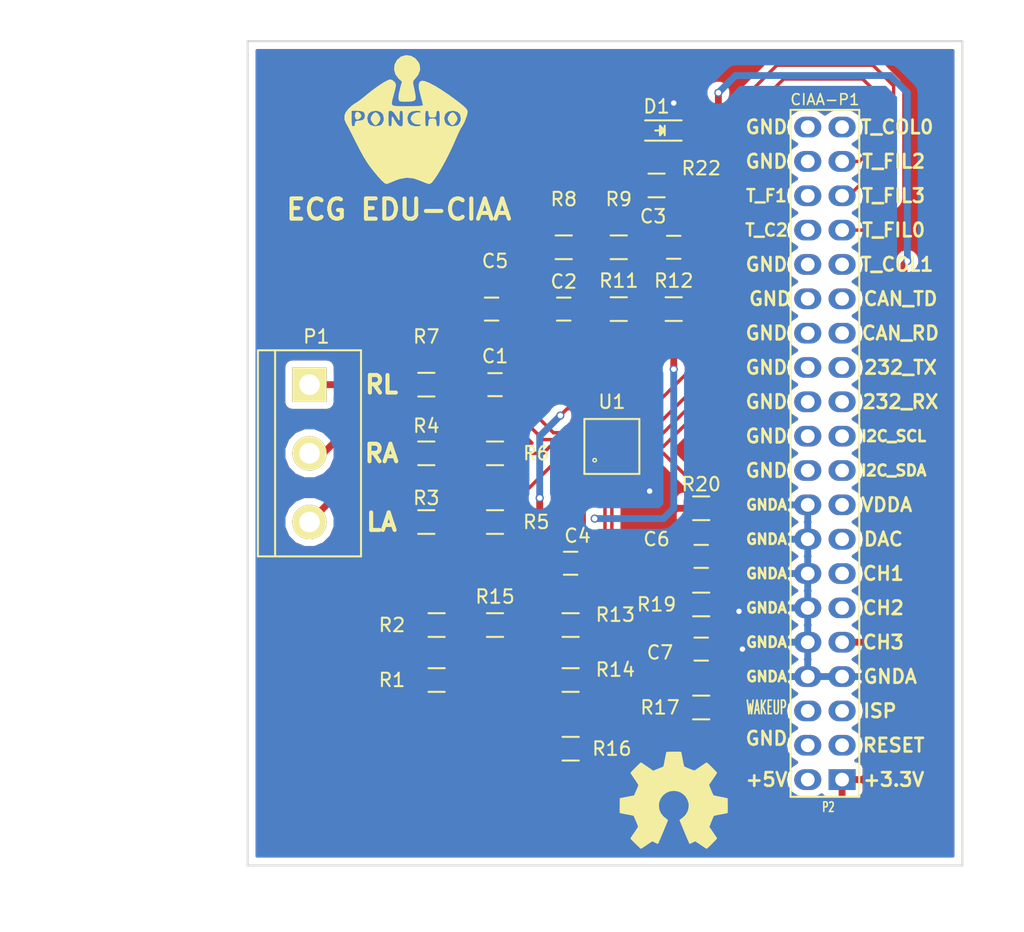
<source format=kicad_pcb>
(kicad_pcb (version 4) (host pcbnew 4.0.2+dfsg1-2~bpo8+1-stable)

  (general
    (links 63)
    (no_connects 0)
    (area 127.432999 45.644999 180.415001 106.755001)
    (thickness 1.6)
    (drawings 10)
    (tracks 204)
    (zones 0)
    (modules 36)
    (nets 59)
  )

  (page A4)
  (title_block
    (title "ECG CIAA")
    (date 17/08/16)
    (rev V1)
    (company "Autor: Jorge Fonseca")
    (comment 1 "Licencia: https://creativecommons.org/licenses/by-sa/3.0/legalcode")
  )

  (layers
    (0 F.Cu signal)
    (31 B.Cu signal)
    (32 B.Adhes user)
    (33 F.Adhes user)
    (34 B.Paste user)
    (35 F.Paste user)
    (36 B.SilkS user)
    (37 F.SilkS user)
    (38 B.Mask user)
    (39 F.Mask user)
    (40 Dwgs.User user)
    (41 Cmts.User user)
    (42 Eco1.User user)
    (43 Eco2.User user)
    (44 Edge.Cuts user)
    (45 Margin user)
    (46 B.CrtYd user)
    (47 F.CrtYd user)
    (48 B.Fab user)
    (49 F.Fab user)
  )

  (setup
    (last_trace_width 0.508)
    (user_trace_width 0.25)
    (trace_clearance 0.2)
    (zone_clearance 0.508)
    (zone_45_only yes)
    (trace_min 0.2)
    (segment_width 0.2)
    (edge_width 0.15)
    (via_size 0.6)
    (via_drill 0.4)
    (via_min_size 0.4)
    (via_min_drill 0.3)
    (uvia_size 0.3)
    (uvia_drill 0.1)
    (uvias_allowed no)
    (uvia_min_size 0)
    (uvia_min_drill 0)
    (pcb_text_width 0.3)
    (pcb_text_size 1.5 1.5)
    (mod_edge_width 0.15)
    (mod_text_size 1 1)
    (mod_text_width 0.15)
    (pad_size 1.524 1.524)
    (pad_drill 0.762)
    (pad_to_mask_clearance 0.2)
    (aux_axis_origin 127.508 106.68)
    (grid_origin 154.432 75.692)
    (visible_elements 7FFFFFFF)
    (pcbplotparams
      (layerselection 0x00030_80000001)
      (usegerberextensions false)
      (excludeedgelayer true)
      (linewidth 0.100000)
      (plotframeref false)
      (viasonmask false)
      (mode 1)
      (useauxorigin false)
      (hpglpennumber 1)
      (hpglpenspeed 20)
      (hpglpendiameter 15)
      (hpglpenoverlay 2)
      (psnegative false)
      (psa4output false)
      (plotreference true)
      (plotvalue true)
      (plotinvisibletext false)
      (padsonsilk false)
      (subtractmaskfromsilk false)
      (outputformat 1)
      (mirror false)
      (drillshape 0)
      (scaleselection 1)
      (outputdirectory Gerbers/))
  )

  (net 0 "")
  (net 1 "Net-(C1-Pad1)")
  (net 2 "Net-(C1-Pad2)")
  (net 3 "Net-(C2-Pad1)")
  (net 4 "Net-(C3-Pad1)")
  (net 5 "Net-(C4-Pad1)")
  (net 6 "Net-(C4-Pad2)")
  (net 7 "Net-(C5-Pad2)")
  (net 8 "Net-(D1-Pad2)")
  (net 9 "Net-(F1-Pad1)")
  (net 10 "Net-(F2-Pad1)")
  (net 11 "Net-(F3-Pad1)")
  (net 12 "Net-(F4-Pad1)")
  (net 13 /RA)
  (net 14 /LA)
  (net 15 "Net-(P2-Pad2)")
  (net 16 "Net-(P2-Pad11)")
  (net 17 "Net-(P2-Pad4)")
  (net 18 "Net-(P2-Pad13)")
  (net 19 "Net-(P2-Pad6)")
  (net 20 "Net-(P2-Pad15)")
  (net 21 "Net-(P2-Pad17)")
  (net 22 "Net-(P2-Pad19)")
  (net 23 "Net-(P2-Pad21)")
  (net 24 "Net-(P2-Pad23)")
  (net 25 "Net-(P2-Pad25)")
  (net 26 "Net-(P2-Pad27)")
  (net 27 "Net-(P2-Pad20)")
  (net 28 "Net-(P2-Pad29)")
  (net 29 "Net-(P2-Pad22)")
  (net 30 "Net-(P2-Pad31)")
  (net 31 "Net-(P2-Pad24)")
  (net 32 "Net-(P2-Pad26)")
  (net 33 /SDN)
  (net 34 "Net-(P2-Pad28)")
  (net 35 "Net-(P2-Pad32)")
  (net 36 "Net-(P2-Pad34)")
  (net 37 "Net-(P2-Pad36)")
  (net 38 "Net-(P2-Pad38)")
  (net 39 /LO+)
  (net 40 /LO-)
  (net 41 "Net-(P2-Pad3)")
  (net 42 "Net-(P2-Pad5)")
  (net 43 "Net-(P2-Pad39)")
  (net 44 "Net-(P2-Pad40)")
  (net 45 "Net-(P2-Pad30)")
  (net 46 "Net-(R1-Pad1)")
  (net 47 "Net-(R5-Pad1)")
  (net 48 "Net-(R6-Pad1)")
  (net 49 "Net-(R14-Pad2)")
  (net 50 "Net-(R11-Pad2)")
  (net 51 "Net-(R13-Pad1)")
  (net 52 "Net-(R19-Pad2)")
  (net 53 +3.3V)
  (net 54 GNDA)
  (net 55 "Net-(C2-Pad2)")
  (net 56 /OUT)
  (net 57 /RL)
  (net 58 "Net-(C7-Pad1)")

  (net_class Default "This is the default net class."
    (clearance 0.2)
    (trace_width 0.508)
    (via_dia 0.6)
    (via_drill 0.4)
    (uvia_dia 0.3)
    (uvia_drill 0.1)
    (add_net +3.3V)
    (add_net /LA)
    (add_net /LO+)
    (add_net /LO-)
    (add_net /OUT)
    (add_net /RA)
    (add_net /RL)
    (add_net /SDN)
    (add_net GNDA)
    (add_net "Net-(C1-Pad1)")
    (add_net "Net-(C1-Pad2)")
    (add_net "Net-(C2-Pad1)")
    (add_net "Net-(C2-Pad2)")
    (add_net "Net-(C3-Pad1)")
    (add_net "Net-(C4-Pad1)")
    (add_net "Net-(C4-Pad2)")
    (add_net "Net-(C5-Pad2)")
    (add_net "Net-(C7-Pad1)")
    (add_net "Net-(D1-Pad2)")
    (add_net "Net-(F1-Pad1)")
    (add_net "Net-(F2-Pad1)")
    (add_net "Net-(F3-Pad1)")
    (add_net "Net-(F4-Pad1)")
    (add_net "Net-(P2-Pad11)")
    (add_net "Net-(P2-Pad13)")
    (add_net "Net-(P2-Pad15)")
    (add_net "Net-(P2-Pad17)")
    (add_net "Net-(P2-Pad19)")
    (add_net "Net-(P2-Pad2)")
    (add_net "Net-(P2-Pad20)")
    (add_net "Net-(P2-Pad21)")
    (add_net "Net-(P2-Pad22)")
    (add_net "Net-(P2-Pad23)")
    (add_net "Net-(P2-Pad24)")
    (add_net "Net-(P2-Pad25)")
    (add_net "Net-(P2-Pad26)")
    (add_net "Net-(P2-Pad27)")
    (add_net "Net-(P2-Pad28)")
    (add_net "Net-(P2-Pad29)")
    (add_net "Net-(P2-Pad3)")
    (add_net "Net-(P2-Pad30)")
    (add_net "Net-(P2-Pad31)")
    (add_net "Net-(P2-Pad32)")
    (add_net "Net-(P2-Pad34)")
    (add_net "Net-(P2-Pad36)")
    (add_net "Net-(P2-Pad38)")
    (add_net "Net-(P2-Pad39)")
    (add_net "Net-(P2-Pad4)")
    (add_net "Net-(P2-Pad40)")
    (add_net "Net-(P2-Pad5)")
    (add_net "Net-(P2-Pad6)")
    (add_net "Net-(R1-Pad1)")
    (add_net "Net-(R11-Pad2)")
    (add_net "Net-(R13-Pad1)")
    (add_net "Net-(R14-Pad2)")
    (add_net "Net-(R19-Pad2)")
    (add_net "Net-(R5-Pad1)")
    (add_net "Net-(R6-Pad1)")
  )

  (module ECG:R_0805 (layer F.Cu) (tedit 57B7B32E) (tstamp 579E6A21)
    (at 150.876 60.96)
    (descr "Resistor SMD 0805, reflow soldering, Vishay (see dcrcw.pdf)")
    (tags "resistor 0805")
    (path /579AA559)
    (attr smd)
    (fp_text reference R8 (at 0 -3.556) (layer F.SilkS)
      (effects (font (size 1 1) (thickness 0.15)))
    )
    (fp_text value 1M (at 0 -1.778) (layer F.Fab)
      (effects (font (size 1 1) (thickness 0.15)))
    )
    (fp_line (start -1.6 -1) (end 1.6 -1) (layer F.CrtYd) (width 0.05))
    (fp_line (start -1.6 1) (end 1.6 1) (layer F.CrtYd) (width 0.05))
    (fp_line (start -1.6 -1) (end -1.6 1) (layer F.CrtYd) (width 0.05))
    (fp_line (start 1.6 -1) (end 1.6 1) (layer F.CrtYd) (width 0.05))
    (fp_line (start 0.6 0.875) (end -0.6 0.875) (layer F.SilkS) (width 0.15))
    (fp_line (start -0.6 -0.875) (end 0.6 -0.875) (layer F.SilkS) (width 0.15))
    (pad 1 smd rect (at -0.95 0) (size 0.7 1.3) (layers F.Cu F.Paste F.Mask)
      (net 3 "Net-(C2-Pad1)"))
    (pad 2 smd rect (at 0.95 0) (size 0.7 1.3) (layers F.Cu F.Paste F.Mask)
      (net 4 "Net-(C3-Pad1)"))
    (model ${KIPRJMOD}/ECG.3dshapes/R_0805.wrl
      (at (xyz 0 0 0))
      (scale (xyz 1 1 1))
      (rotate (xyz 0 0 0))
    )
  )

  (module ECG:LFCSP_WQ (layer F.Cu) (tedit 57BB7BCA) (tstamp 579E6AC2)
    (at 154.432 75.692 180)
    (path /57B63399)
    (fp_text reference U1 (at 0 3.302 180) (layer F.SilkS)
      (effects (font (size 1 1) (thickness 0.15)))
    )
    (fp_text value AD8232 (at -0.254 -4.572 180) (layer F.Fab)
      (effects (font (size 1 1) (thickness 0.15)))
    )
    (fp_circle (center 1.27 -1.016) (end 1.27 -1.143) (layer F.SilkS) (width 0.1))
    (fp_line (start 2.032 -2.032) (end 2.032 2.032) (layer F.SilkS) (width 0.15))
    (fp_line (start 2.032 2.032) (end -2.032 2.032) (layer F.SilkS) (width 0.15))
    (fp_line (start -2.032 2.032) (end -2.032 -2.032) (layer F.SilkS) (width 0.15))
    (fp_line (start -2.032 -2.032) (end 2.032 -2.032) (layer F.SilkS) (width 0.15))
    (pad 1 smd rect (at 1.778 -1.016 180) (size 0.4 0.25) (layers F.Cu F.Paste F.Mask)
      (net 6 "Net-(C4-Pad2)"))
    (pad 2 smd rect (at 1.778 -0.508 180) (size 0.4 0.25) (layers F.Cu F.Paste F.Mask)
      (net 47 "Net-(R5-Pad1)"))
    (pad 3 smd rect (at 1.778 0 180) (size 0.4 0.25) (layers F.Cu F.Paste F.Mask)
      (net 48 "Net-(R6-Pad1)"))
    (pad 4 smd rect (at 1.778 0.508 180) (size 0.4 0.25) (layers F.Cu F.Paste F.Mask)
      (net 1 "Net-(C1-Pad1)"))
    (pad 5 smd rect (at 1.778 1.016 180) (size 0.4 0.25) (layers F.Cu F.Paste F.Mask)
      (net 2 "Net-(C1-Pad2)"))
    (pad 6 smd rect (at 1.016 1.778 270) (size 0.4 0.25) (layers F.Cu F.Paste F.Mask)
      (net 7 "Net-(C5-Pad2)"))
    (pad 7 smd rect (at 0.508 1.778 270) (size 0.4 0.25) (layers F.Cu F.Paste F.Mask)
      (net 3 "Net-(C2-Pad1)"))
    (pad 8 smd rect (at 0 1.778 270) (size 0.4 0.25) (layers F.Cu F.Paste F.Mask)
      (net 55 "Net-(C2-Pad2)"))
    (pad 9 smd rect (at -0.508 1.778 270) (size 0.4 0.25) (layers F.Cu F.Paste F.Mask)
      (net 50 "Net-(R11-Pad2)"))
    (pad 10 smd rect (at -1.016 1.778 270) (size 0.4 0.25) (layers F.Cu F.Paste F.Mask)
      (net 56 /OUT))
    (pad 11 smd rect (at -1.778 1.016 180) (size 0.4 0.25) (layers F.Cu F.Paste F.Mask)
      (net 40 /LO-))
    (pad 12 smd rect (at -1.778 0.508 180) (size 0.4 0.25) (layers F.Cu F.Paste F.Mask)
      (net 39 /LO+))
    (pad 13 smd rect (at -1.778 0 180) (size 0.4 0.25) (layers F.Cu F.Paste F.Mask)
      (net 33 /SDN))
    (pad 14 smd rect (at -1.778 -0.508 180) (size 0.4 0.25) (layers F.Cu F.Paste F.Mask)
      (net 52 "Net-(R19-Pad2)"))
    (pad 15 smd rect (at -1.778 -1.016 180) (size 0.4 0.25) (layers F.Cu F.Paste F.Mask)
      (net 53 +3.3V))
    (pad 16 smd rect (at -1.016 -1.778 270) (size 0.4 0.25) (layers F.Cu F.Paste F.Mask)
      (net 54 GNDA))
    (pad 17 smd rect (at -0.508 -1.778 270) (size 0.4 0.25) (layers F.Cu F.Paste F.Mask)
      (net 53 +3.3V))
    (pad 18 smd rect (at 0 -1.778 270) (size 0.4 0.25) (layers F.Cu F.Paste F.Mask)
      (net 58 "Net-(C7-Pad1)"))
    (pad 19 smd rect (at 0.508 -1.778 270) (size 0.4 0.25) (layers F.Cu F.Paste F.Mask)
      (net 49 "Net-(R14-Pad2)"))
    (pad 20 smd rect (at 1.016 -1.778 270) (size 0.4 0.25) (layers F.Cu F.Paste F.Mask)
      (net 5 "Net-(C4-Pad1)"))
    (model ${KIPRJMOD}/ECG.3dshapes/LFCSP20.wrl
      (at (xyz 0.04 0.08 0))
      (scale (xyz 0.395 0.395 0.395))
      (rotate (xyz 0 0 90))
    )
  )

  (module ECG:C_0805 (layer F.Cu) (tedit 5415D6EA) (tstamp 579E6881)
    (at 145.796 71.12)
    (descr "Capacitor SMD 0805, reflow soldering, AVX (see smccp.pdf)")
    (tags "capacitor 0805")
    (path /579AA1C0)
    (attr smd)
    (fp_text reference C1 (at 0 -2.1) (layer F.SilkS)
      (effects (font (size 1 1) (thickness 0.15)))
    )
    (fp_text value 1nF (at 0 2.1) (layer F.Fab)
      (effects (font (size 1 1) (thickness 0.15)))
    )
    (fp_line (start -1.8 -1) (end 1.8 -1) (layer F.CrtYd) (width 0.05))
    (fp_line (start -1.8 1) (end 1.8 1) (layer F.CrtYd) (width 0.05))
    (fp_line (start -1.8 -1) (end -1.8 1) (layer F.CrtYd) (width 0.05))
    (fp_line (start 1.8 -1) (end 1.8 1) (layer F.CrtYd) (width 0.05))
    (fp_line (start 0.5 -0.85) (end -0.5 -0.85) (layer F.SilkS) (width 0.15))
    (fp_line (start -0.5 0.85) (end 0.5 0.85) (layer F.SilkS) (width 0.15))
    (pad 1 smd rect (at -1 0) (size 1 1.25) (layers F.Cu F.Paste F.Mask)
      (net 1 "Net-(C1-Pad1)"))
    (pad 2 smd rect (at 1 0) (size 1 1.25) (layers F.Cu F.Paste F.Mask)
      (net 2 "Net-(C1-Pad2)"))
    (model ${KIPRJMOD}/ECG.3dshapes/C_0805.wrl
      (at (xyz 0 0 0))
      (scale (xyz 1 1 1))
      (rotate (xyz 0 0 0))
    )
  )

  (module ECG:C_0805 (layer F.Cu) (tedit 57B7B349) (tstamp 579E688D)
    (at 150.876 65.532)
    (descr "Capacitor SMD 0805, reflow soldering, AVX (see smccp.pdf)")
    (tags "capacitor 0805")
    (path /579C0A92)
    (attr smd)
    (fp_text reference C2 (at 0 -2.032) (layer F.SilkS)
      (effects (font (size 1 1) (thickness 0.15)))
    )
    (fp_text value 10nF (at 0 2.54) (layer F.Fab)
      (effects (font (size 1 1) (thickness 0.15)))
    )
    (fp_line (start -1.8 -1) (end 1.8 -1) (layer F.CrtYd) (width 0.05))
    (fp_line (start -1.8 1) (end 1.8 1) (layer F.CrtYd) (width 0.05))
    (fp_line (start -1.8 -1) (end -1.8 1) (layer F.CrtYd) (width 0.05))
    (fp_line (start 1.8 -1) (end 1.8 1) (layer F.CrtYd) (width 0.05))
    (fp_line (start 0.5 -0.85) (end -0.5 -0.85) (layer F.SilkS) (width 0.15))
    (fp_line (start -0.5 0.85) (end 0.5 0.85) (layer F.SilkS) (width 0.15))
    (pad 1 smd rect (at -1 0) (size 1 1.25) (layers F.Cu F.Paste F.Mask)
      (net 3 "Net-(C2-Pad1)"))
    (pad 2 smd rect (at 1 0) (size 1 1.25) (layers F.Cu F.Paste F.Mask)
      (net 55 "Net-(C2-Pad2)"))
    (model ${KIPRJMOD}/ECG.3dshapes/C_0805.wrl
      (at (xyz 0 0 0))
      (scale (xyz 1 1 1))
      (rotate (xyz 0 0 0))
    )
  )

  (module ECG:C_0805 (layer F.Cu) (tedit 57B7B380) (tstamp 579E6899)
    (at 159.004 60.96)
    (descr "Capacitor SMD 0805, reflow soldering, AVX (see smccp.pdf)")
    (tags "capacitor 0805")
    (path /579AC8D1)
    (attr smd)
    (fp_text reference C3 (at -1.524 -2.286) (layer F.SilkS)
      (effects (font (size 1 1) (thickness 0.15)))
    )
    (fp_text value 1.5nF (at 1.778 -1.778) (layer F.Fab)
      (effects (font (size 1 1) (thickness 0.15)))
    )
    (fp_line (start -1.8 -1) (end 1.8 -1) (layer F.CrtYd) (width 0.05))
    (fp_line (start -1.8 1) (end 1.8 1) (layer F.CrtYd) (width 0.05))
    (fp_line (start -1.8 -1) (end -1.8 1) (layer F.CrtYd) (width 0.05))
    (fp_line (start 1.8 -1) (end 1.8 1) (layer F.CrtYd) (width 0.05))
    (fp_line (start 0.5 -0.85) (end -0.5 -0.85) (layer F.SilkS) (width 0.15))
    (fp_line (start -0.5 0.85) (end 0.5 0.85) (layer F.SilkS) (width 0.15))
    (pad 1 smd rect (at -1 0) (size 1 1.25) (layers F.Cu F.Paste F.Mask)
      (net 4 "Net-(C3-Pad1)"))
    (pad 2 smd rect (at 1 0) (size 1 1.25) (layers F.Cu F.Paste F.Mask)
      (net 56 /OUT))
    (model ${KIPRJMOD}/ECG.3dshapes/C_0805.wrl
      (at (xyz 0 0 0))
      (scale (xyz 1 1 1))
      (rotate (xyz 0 0 0))
    )
  )

  (module ECG:C_0805 (layer F.Cu) (tedit 57B7B2D3) (tstamp 579E68A5)
    (at 151.384 84.328 180)
    (descr "Capacitor SMD 0805, reflow soldering, AVX (see smccp.pdf)")
    (tags "capacitor 0805")
    (path /579AA4B4)
    (attr smd)
    (fp_text reference C4 (at -0.508 2.032 180) (layer F.SilkS)
      (effects (font (size 1 1) (thickness 0.15)))
    )
    (fp_text value 0.33uF (at -0.762 -2.032 180) (layer F.Fab)
      (effects (font (size 1 1) (thickness 0.15)))
    )
    (fp_line (start -1.8 -1) (end 1.8 -1) (layer F.CrtYd) (width 0.05))
    (fp_line (start -1.8 1) (end 1.8 1) (layer F.CrtYd) (width 0.05))
    (fp_line (start -1.8 -1) (end -1.8 1) (layer F.CrtYd) (width 0.05))
    (fp_line (start 1.8 -1) (end 1.8 1) (layer F.CrtYd) (width 0.05))
    (fp_line (start 0.5 -0.85) (end -0.5 -0.85) (layer F.SilkS) (width 0.15))
    (fp_line (start -0.5 0.85) (end 0.5 0.85) (layer F.SilkS) (width 0.15))
    (pad 1 smd rect (at -1 0 180) (size 1 1.25) (layers F.Cu F.Paste F.Mask)
      (net 5 "Net-(C4-Pad1)"))
    (pad 2 smd rect (at 1 0 180) (size 1 1.25) (layers F.Cu F.Paste F.Mask)
      (net 6 "Net-(C4-Pad2)"))
    (model ${KIPRJMOD}/ECG.3dshapes/C_0805.wrl
      (at (xyz 0 0 0))
      (scale (xyz 1 1 1))
      (rotate (xyz 0 0 0))
    )
  )

  (module ECG:C_0805 (layer F.Cu) (tedit 579FCB3C) (tstamp 579E68B1)
    (at 145.542 65.532 180)
    (descr "Capacitor SMD 0805, reflow soldering, AVX (see smccp.pdf)")
    (tags "capacitor 0805")
    (path /579AAA9F)
    (attr smd)
    (fp_text reference C5 (at -0.254 3.556 180) (layer F.SilkS)
      (effects (font (size 1 1) (thickness 0.15)))
    )
    (fp_text value 0.33uF (at 0 2.1 180) (layer F.Fab)
      (effects (font (size 1 1) (thickness 0.15)))
    )
    (fp_line (start -1.8 -1) (end 1.8 -1) (layer F.CrtYd) (width 0.05))
    (fp_line (start -1.8 1) (end 1.8 1) (layer F.CrtYd) (width 0.05))
    (fp_line (start -1.8 -1) (end -1.8 1) (layer F.CrtYd) (width 0.05))
    (fp_line (start 1.8 -1) (end 1.8 1) (layer F.CrtYd) (width 0.05))
    (fp_line (start 0.5 -0.85) (end -0.5 -0.85) (layer F.SilkS) (width 0.15))
    (fp_line (start -0.5 0.85) (end 0.5 0.85) (layer F.SilkS) (width 0.15))
    (pad 1 smd rect (at -1 0 180) (size 1 1.25) (layers F.Cu F.Paste F.Mask)
      (net 55 "Net-(C2-Pad2)"))
    (pad 2 smd rect (at 1 0 180) (size 1 1.25) (layers F.Cu F.Paste F.Mask)
      (net 7 "Net-(C5-Pad2)"))
    (model ${KIPRJMOD}/ECG.3dshapes/C_0805.wrl
      (at (xyz 0 0 0))
      (scale (xyz 1 1 1))
      (rotate (xyz 0 0 0))
    )
  )

  (module ECG:C_0805 (layer F.Cu) (tedit 57B7B2EF) (tstamp 579E68BD)
    (at 161.036 83.82)
    (descr "Capacitor SMD 0805, reflow soldering, AVX (see smccp.pdf)")
    (tags "capacitor 0805")
    (path /579AB618)
    (attr smd)
    (fp_text reference C6 (at -3.302 -1.27) (layer F.SilkS)
      (effects (font (size 1 1) (thickness 0.15)))
    )
    (fp_text value 0.1uF (at -4.064 0.254) (layer F.Fab)
      (effects (font (size 1 1) (thickness 0.15)))
    )
    (fp_line (start -1.8 -1) (end 1.8 -1) (layer F.CrtYd) (width 0.05))
    (fp_line (start -1.8 1) (end 1.8 1) (layer F.CrtYd) (width 0.05))
    (fp_line (start -1.8 -1) (end -1.8 1) (layer F.CrtYd) (width 0.05))
    (fp_line (start 1.8 -1) (end 1.8 1) (layer F.CrtYd) (width 0.05))
    (fp_line (start 0.5 -0.85) (end -0.5 -0.85) (layer F.SilkS) (width 0.15))
    (fp_line (start -0.5 0.85) (end 0.5 0.85) (layer F.SilkS) (width 0.15))
    (pad 1 smd rect (at -1 0) (size 1 1.25) (layers F.Cu F.Paste F.Mask)
      (net 53 +3.3V))
    (pad 2 smd rect (at 1 0) (size 1 1.25) (layers F.Cu F.Paste F.Mask)
      (net 54 GNDA))
    (model ${KIPRJMOD}/ECG.3dshapes/C_0805.wrl
      (at (xyz 0 0 0))
      (scale (xyz 1 1 1))
      (rotate (xyz 0 0 0))
    )
  )

  (module ECG:C_0805 (layer F.Cu) (tedit 57B7B2E7) (tstamp 579E68C9)
    (at 161.036 90.678)
    (descr "Capacitor SMD 0805, reflow soldering, AVX (see smccp.pdf)")
    (tags "capacitor 0805")
    (path /579AB8C5)
    (attr smd)
    (fp_text reference C7 (at -3.048 0.254) (layer F.SilkS)
      (effects (font (size 1 1) (thickness 0.15)))
    )
    (fp_text value 0.1uF (at 0 1.778) (layer F.Fab)
      (effects (font (size 1 1) (thickness 0.15)))
    )
    (fp_line (start -1.8 -1) (end 1.8 -1) (layer F.CrtYd) (width 0.05))
    (fp_line (start -1.8 1) (end 1.8 1) (layer F.CrtYd) (width 0.05))
    (fp_line (start -1.8 -1) (end -1.8 1) (layer F.CrtYd) (width 0.05))
    (fp_line (start 1.8 -1) (end 1.8 1) (layer F.CrtYd) (width 0.05))
    (fp_line (start 0.5 -0.85) (end -0.5 -0.85) (layer F.SilkS) (width 0.15))
    (fp_line (start -0.5 0.85) (end 0.5 0.85) (layer F.SilkS) (width 0.15))
    (pad 1 smd rect (at -1 0) (size 1 1.25) (layers F.Cu F.Paste F.Mask)
      (net 58 "Net-(C7-Pad1)"))
    (pad 2 smd rect (at 1 0) (size 1 1.25) (layers F.Cu F.Paste F.Mask)
      (net 54 GNDA))
    (model ${KIPRJMOD}/ECG.3dshapes/C_0805.wrl
      (at (xyz 0 0 0))
      (scale (xyz 1 1 1))
      (rotate (xyz 0 0 0))
    )
  )

  (module ECG:LED_0805 (layer F.Cu) (tedit 57B7B304) (tstamp 579E68DC)
    (at 157.988 52.324 180)
    (descr "LED 0805 smd package")
    (tags "LED 0805 SMD")
    (path /579D0264)
    (attr smd)
    (fp_text reference D1 (at 0.254 1.778 180) (layer F.SilkS)
      (effects (font (size 1 1) (thickness 0.15)))
    )
    (fp_text value LED (at 0.254 3.556 180) (layer F.Fab)
      (effects (font (size 1 1) (thickness 0.15)))
    )
    (fp_line (start -1.6 0.75) (end 1.1 0.75) (layer F.SilkS) (width 0.15))
    (fp_line (start -1.6 -0.75) (end 1.1 -0.75) (layer F.SilkS) (width 0.15))
    (fp_line (start -0.1 0.15) (end -0.1 -0.1) (layer F.SilkS) (width 0.15))
    (fp_line (start -0.1 -0.1) (end -0.25 0.05) (layer F.SilkS) (width 0.15))
    (fp_line (start -0.35 -0.35) (end -0.35 0.35) (layer F.SilkS) (width 0.15))
    (fp_line (start 0 0) (end 0.35 0) (layer F.SilkS) (width 0.15))
    (fp_line (start -0.35 0) (end 0 -0.35) (layer F.SilkS) (width 0.15))
    (fp_line (start 0 -0.35) (end 0 0.35) (layer F.SilkS) (width 0.15))
    (fp_line (start 0 0.35) (end -0.35 0) (layer F.SilkS) (width 0.15))
    (fp_line (start 1.9 -0.95) (end 1.9 0.95) (layer F.CrtYd) (width 0.05))
    (fp_line (start 1.9 0.95) (end -1.9 0.95) (layer F.CrtYd) (width 0.05))
    (fp_line (start -1.9 0.95) (end -1.9 -0.95) (layer F.CrtYd) (width 0.05))
    (fp_line (start -1.9 -0.95) (end 1.9 -0.95) (layer F.CrtYd) (width 0.05))
    (pad 2 smd rect (at 1.04902 0) (size 1.19888 1.19888) (layers F.Cu F.Paste F.Mask)
      (net 8 "Net-(D1-Pad2)"))
    (pad 1 smd rect (at -1.04902 0) (size 1.19888 1.19888) (layers F.Cu F.Paste F.Mask)
      (net 54 GNDA))
    (model ${KIPRJMOD}/ECG.3dshapes/LED_0805.wrl
      (at (xyz 0 0 0))
      (scale (xyz 1 1 1))
      (rotate (xyz 0 0 0))
    )
  )

  (module ECG:Fiducial_1mm (layer F.Cu) (tedit 573E1507) (tstamp 579E68E1)
    (at 153.416 48.768)
    (path /579DFDAD)
    (clearance 1.524)
    (fp_text reference F1 (at 0.02 -0.9) (layer F.SilkS) hide
      (effects (font (size 0.7112 0.4572) (thickness 0.1143)))
    )
    (fp_text value FIDUCIAL (at 0 0.99) (layer F.SilkS) hide
      (effects (font (size 0.254 0.254) (thickness 0.00254)))
    )
    (pad 1 smd circle (at 0 0) (size 1 1) (layers F.Cu F.Mask)
      (net 9 "Net-(F1-Pad1)") (solder_mask_margin 1.5))
  )

  (module ECG:Fiducial_1mm (layer F.Cu) (tedit 573E1507) (tstamp 579E68E6)
    (at 130.556 103.632)
    (path /579DFF21)
    (clearance 1.524)
    (fp_text reference F2 (at 0.02 -0.9) (layer F.SilkS) hide
      (effects (font (size 0.7112 0.4572) (thickness 0.1143)))
    )
    (fp_text value FIDUCIAL (at 0 0.99) (layer F.SilkS) hide
      (effects (font (size 0.254 0.254) (thickness 0.00254)))
    )
    (pad 1 smd circle (at 0 0) (size 1 1) (layers F.Cu F.Mask)
      (net 10 "Net-(F2-Pad1)") (solder_mask_margin 1.5))
  )

  (module ECG:Fiducial_1mm (layer F.Cu) (tedit 573E1507) (tstamp 579E68EB)
    (at 130.556 48.768)
    (path /579DFF81)
    (clearance 1.524)
    (fp_text reference F3 (at 0.02 -0.9) (layer F.SilkS) hide
      (effects (font (size 0.7112 0.4572) (thickness 0.1143)))
    )
    (fp_text value FIDUCIAL (at 0 0.99) (layer F.SilkS) hide
      (effects (font (size 0.254 0.254) (thickness 0.00254)))
    )
    (pad 1 smd circle (at 0 0) (size 1 1) (layers F.Cu F.Mask)
      (net 11 "Net-(F3-Pad1)") (solder_mask_margin 1.5))
  )

  (module ECG:Fiducial_1mm (layer F.Cu) (tedit 573E1507) (tstamp 579E68F0)
    (at 176.784 103.632)
    (path /579DFFFB)
    (clearance 1.524)
    (fp_text reference F4 (at 0.02 -0.9) (layer F.SilkS) hide
      (effects (font (size 0.7112 0.4572) (thickness 0.1143)))
    )
    (fp_text value FIDUCIAL (at 0 0.99) (layer F.SilkS) hide
      (effects (font (size 0.254 0.254) (thickness 0.00254)))
    )
    (pad 1 smd circle (at 0 0) (size 1 1) (layers F.Cu F.Mask)
      (net 12 "Net-(F4-Pad1)") (solder_mask_margin 1.5))
  )

  (module ej2cese:Conn_Poncho_Derecha (layer F.Cu) (tedit 57A74DF6) (tstamp 579E69C1)
    (at 171.45 100.33 180)
    (tags "CONN Poncho")
    (path /579C62B9)
    (fp_text reference P2 (at 1.016 -2.032 180) (layer F.SilkS)
      (effects (font (size 0.7112 0.4572) (thickness 0.1143)))
    )
    (fp_text value Conn_Poncho2P_2x_20x2 (at -1.905 51.181 180) (layer F.SilkS) hide
      (effects (font (size 0.7112 0.4572) (thickness 0.1143)))
    )
    (fp_text user GND (at 5.588 48.26 180) (layer F.SilkS)
      (effects (font (size 1 1) (thickness 0.2)))
    )
    (fp_text user GND (at 5.588 45.72 180) (layer F.SilkS)
      (effects (font (size 1 1) (thickness 0.2)))
    )
    (fp_text user T_F1 (at 5.588 43.18 180) (layer F.SilkS)
      (effects (font (size 0.9 0.9) (thickness 0.18)))
    )
    (fp_text user T_C2 (at 5.588 40.64 180) (layer F.SilkS)
      (effects (font (size 0.9 0.9) (thickness 0.18)))
    )
    (fp_text user GND (at 5.588 38.1 180) (layer F.SilkS)
      (effects (font (size 1 1) (thickness 0.2)))
    )
    (fp_text user GND (at 5.334 35.56 180) (layer F.SilkS)
      (effects (font (size 1 1) (thickness 0.2)))
    )
    (fp_text user GND (at 5.588 33.02 180) (layer F.SilkS)
      (effects (font (size 1 1) (thickness 0.2)))
    )
    (fp_text user GND (at 5.588 30.48 180) (layer F.SilkS)
      (effects (font (size 1 1) (thickness 0.2)))
    )
    (fp_text user GND (at 5.588 27.94 180) (layer F.SilkS)
      (effects (font (size 1 1) (thickness 0.2)))
    )
    (fp_text user GND (at 5.588 25.4 180) (layer F.SilkS)
      (effects (font (size 1 1) (thickness 0.2)))
    )
    (fp_text user GND (at 5.588 22.86 180) (layer F.SilkS)
      (effects (font (size 1 1) (thickness 0.2)))
    )
    (fp_text user GNDA (at 5.588 20.32 180) (layer F.SilkS)
      (effects (font (size 0.76 0.76) (thickness 0.19)))
    )
    (fp_text user GNDA (at 5.588 17.78 180) (layer F.SilkS)
      (effects (font (size 0.76 0.76) (thickness 0.19)))
    )
    (fp_text user GNDA (at 5.588 15.24 180) (layer F.SilkS)
      (effects (font (size 0.76 0.76) (thickness 0.19)))
    )
    (fp_text user GNDA (at 5.588 12.7 180) (layer F.SilkS)
      (effects (font (size 0.76 0.76) (thickness 0.19)))
    )
    (fp_text user GNDA (at 5.588 10.16 180) (layer F.SilkS)
      (effects (font (size 0.76 0.76) (thickness 0.19)))
    )
    (fp_text user GNDA (at 5.588 7.62 180) (layer F.SilkS)
      (effects (font (size 0.76 0.76) (thickness 0.19)))
    )
    (fp_text user WAKEUP (at 5.588 5.334 180) (layer F.SilkS)
      (effects (font (size 1 0.5) (thickness 0.125)))
    )
    (fp_text user GND (at 5.588 3.048 180) (layer F.SilkS)
      (effects (font (size 1 1) (thickness 0.2)))
    )
    (fp_text user +5V (at 5.588 0 180) (layer F.SilkS)
      (effects (font (size 1 1) (thickness 0.2)))
    )
    (fp_text user T_COL0 (at -4.064 48.26 180) (layer F.SilkS)
      (effects (font (size 1 1) (thickness 0.2)))
    )
    (fp_text user T_FIL2 (at -3.81 45.72 180) (layer F.SilkS)
      (effects (font (size 1 1) (thickness 0.2)))
    )
    (fp_text user T_FIL3 (at -3.81 43.18 180) (layer F.SilkS)
      (effects (font (size 1 1) (thickness 0.2)))
    )
    (fp_text user T_FIL0 (at -3.81 40.64 180) (layer F.SilkS)
      (effects (font (size 1 1) (thickness 0.2)))
    )
    (fp_text user T_COL1 (at -4.064 38.1 180) (layer F.SilkS)
      (effects (font (size 1 1) (thickness 0.2)))
    )
    (fp_text user CAN_TD (at -4.318 35.56 180) (layer F.SilkS)
      (effects (font (size 1 1) (thickness 0.2)))
    )
    (fp_text user CAN_RD (at -4.318 33.02 180) (layer F.SilkS)
      (effects (font (size 1 1) (thickness 0.2)))
    )
    (fp_text user 232_TX (at -4.318 30.48 180) (layer F.SilkS)
      (effects (font (size 1 1) (thickness 0.2)))
    )
    (fp_text user 232_RX (at -4.318 27.94 180) (layer F.SilkS)
      (effects (font (size 1 1) (thickness 0.2)))
    )
    (fp_text user I2C_SCL (at -3.81 25.4 180) (layer F.SilkS)
      (effects (font (size 0.8 0.8) (thickness 0.2)))
    )
    (fp_text user I2C_SDA (at -3.81 22.86 180) (layer F.SilkS)
      (effects (font (size 0.8 0.8) (thickness 0.2)))
    )
    (fp_text user VDDA (at -3.302 20.32 180) (layer F.SilkS)
      (effects (font (size 1 1) (thickness 0.2)))
    )
    (fp_text user DAC (at -3.048 17.78 180) (layer F.SilkS)
      (effects (font (size 1 1) (thickness 0.2)))
    )
    (fp_text user CH1 (at -3.048 15.24 180) (layer F.SilkS)
      (effects (font (size 1 1) (thickness 0.2)))
    )
    (fp_text user CH2 (at -3.048 12.7 180) (layer F.SilkS)
      (effects (font (size 1 1) (thickness 0.2)))
    )
    (fp_text user CH3 (at -3.048 10.16 180) (layer F.SilkS)
      (effects (font (size 1 1) (thickness 0.2)))
    )
    (fp_text user GNDA (at -3.556 7.62 180) (layer F.SilkS)
      (effects (font (size 1 1) (thickness 0.2)))
    )
    (fp_text user ISP (at -2.794 5.08 180) (layer F.SilkS)
      (effects (font (size 1 1) (thickness 0.2)))
    )
    (fp_text user RESET (at -3.81 2.54 180) (layer F.SilkS)
      (effects (font (size 1 1) (thickness 0.2)))
    )
    (fp_text user CIAA-P1 (at 1.27 50.292 180) (layer F.SilkS)
      (effects (font (size 0.8 0.8) (thickness 0.12)))
    )
    (fp_text user +3.3V (at -3.81 0 180) (layer F.SilkS)
      (effects (font (size 1 1) (thickness 0.2)))
    )
    (fp_line (start -1.27 49.53) (end -1.27 -1.27) (layer F.SilkS) (width 0.15))
    (fp_line (start 3.81 49.53) (end 3.81 -1.27) (layer F.SilkS) (width 0.15))
    (fp_line (start 3.81 49.53) (end -1.27 49.53) (layer F.SilkS) (width 0.15))
    (fp_line (start 3.81 -1.27) (end -1.27 -1.27) (layer F.SilkS) (width 0.15))
    (pad 1 thru_hole rect (at 0 0 90) (size 1.524 2) (drill 1.016) (layers *.Cu *.Mask)
      (net 53 +3.3V))
    (pad 2 thru_hole oval (at 2.54 0 90) (size 1.524 2) (drill 1.016) (layers *.Cu *.Mask)
      (net 15 "Net-(P2-Pad2)"))
    (pad 11 thru_hole oval (at 0 12.7 90) (size 1.524 2) (drill 1.016) (layers *.Cu *.Mask)
      (net 16 "Net-(P2-Pad11)"))
    (pad 4 thru_hole oval (at 2.54 2.54 90) (size 1.524 2) (drill 1.016) (layers *.Cu *.Mask)
      (net 17 "Net-(P2-Pad4)"))
    (pad 13 thru_hole oval (at 0 15.24 90) (size 1.524 2) (drill 1.016) (layers *.Cu *.Mask)
      (net 18 "Net-(P2-Pad13)"))
    (pad 6 thru_hole oval (at 2.54 5.08 90) (size 1.524 2) (drill 1.016) (layers *.Cu *.Mask)
      (net 19 "Net-(P2-Pad6)"))
    (pad 15 thru_hole oval (at 0 17.78 90) (size 1.524 2) (drill 1.016) (layers *.Cu *.Mask)
      (net 20 "Net-(P2-Pad15)"))
    (pad 8 thru_hole oval (at 2.54 7.62 90) (size 1.524 2) (drill 1.016) (layers *.Cu *.Mask)
      (net 54 GNDA))
    (pad 17 thru_hole oval (at 0 20.32 90) (size 1.524 2) (drill 1.016) (layers *.Cu *.Mask)
      (net 21 "Net-(P2-Pad17)"))
    (pad 10 thru_hole oval (at 2.54 10.16 90) (size 1.524 2) (drill 1.016) (layers *.Cu *.Mask)
      (net 54 GNDA))
    (pad 19 thru_hole oval (at 0 22.86 90) (size 1.524 2) (drill 1.016) (layers *.Cu *.Mask)
      (net 22 "Net-(P2-Pad19)"))
    (pad 12 thru_hole oval (at 2.54 12.7 90) (size 1.524 2) (drill 1.016) (layers *.Cu *.Mask)
      (net 54 GNDA))
    (pad 21 thru_hole oval (at 0 25.4 90) (size 1.524 2) (drill 1.016) (layers *.Cu *.Mask)
      (net 23 "Net-(P2-Pad21)"))
    (pad 14 thru_hole oval (at 2.54 15.24 90) (size 1.524 2) (drill 1.016) (layers *.Cu *.Mask)
      (net 54 GNDA))
    (pad 23 thru_hole oval (at 0 27.94 90) (size 1.524 2) (drill 1.016) (layers *.Cu *.Mask)
      (net 24 "Net-(P2-Pad23)"))
    (pad 16 thru_hole oval (at 2.54 17.78 90) (size 1.524 2) (drill 1.016) (layers *.Cu *.Mask)
      (net 54 GNDA))
    (pad 25 thru_hole oval (at 0 30.48 90) (size 1.524 2) (drill 1.016) (layers *.Cu *.Mask)
      (net 25 "Net-(P2-Pad25)"))
    (pad 18 thru_hole oval (at 2.54 20.32 90) (size 1.524 2) (drill 1.016) (layers *.Cu *.Mask)
      (net 54 GNDA))
    (pad 27 thru_hole oval (at 0 33.02 90) (size 1.524 2) (drill 1.016) (layers *.Cu *.Mask)
      (net 26 "Net-(P2-Pad27)"))
    (pad 20 thru_hole oval (at 2.54 22.86 90) (size 1.524 2) (drill 1.016) (layers *.Cu *.Mask)
      (net 27 "Net-(P2-Pad20)"))
    (pad 29 thru_hole oval (at 0 35.56 90) (size 1.524 2) (drill 1.016) (layers *.Cu *.Mask)
      (net 28 "Net-(P2-Pad29)"))
    (pad 22 thru_hole oval (at 2.54 25.4 90) (size 1.524 2) (drill 1.016) (layers *.Cu *.Mask)
      (net 29 "Net-(P2-Pad22)"))
    (pad 31 thru_hole oval (at 0 38.1 90) (size 1.524 2) (drill 1.016) (layers *.Cu *.Mask)
      (net 30 "Net-(P2-Pad31)"))
    (pad 24 thru_hole oval (at 2.54 27.94 90) (size 1.524 2) (drill 1.016) (layers *.Cu *.Mask)
      (net 31 "Net-(P2-Pad24)"))
    (pad 26 thru_hole oval (at 2.54 30.48 90) (size 1.524 2) (drill 1.016) (layers *.Cu *.Mask)
      (net 32 "Net-(P2-Pad26)"))
    (pad 33 thru_hole oval (at 0 40.64 90) (size 1.524 2) (drill 1.016) (layers *.Cu *.Mask)
      (net 40 /LO-))
    (pad 28 thru_hole oval (at 2.54 33.02 90) (size 1.524 2) (drill 1.016) (layers *.Cu *.Mask)
      (net 34 "Net-(P2-Pad28)"))
    (pad 32 thru_hole oval (at 2.54 38.1 90) (size 1.524 2) (drill 1.016) (layers *.Cu *.Mask)
      (net 35 "Net-(P2-Pad32)"))
    (pad 34 thru_hole oval (at 2.54 40.64 90) (size 1.524 2) (drill 1.016) (layers *.Cu *.Mask)
      (net 36 "Net-(P2-Pad34)"))
    (pad 36 thru_hole oval (at 2.54 43.18 90) (size 1.524 2) (drill 1.016) (layers *.Cu *.Mask)
      (net 37 "Net-(P2-Pad36)"))
    (pad 38 thru_hole oval (at 2.54 45.72 90) (size 1.524 2) (drill 1.016) (layers *.Cu *.Mask)
      (net 38 "Net-(P2-Pad38)"))
    (pad 35 thru_hole oval (at 0 43.18 90) (size 1.524 2) (drill 1.016) (layers *.Cu *.Mask)
      (net 39 /LO+))
    (pad 37 thru_hole oval (at 0 45.72 90) (size 1.524 2) (drill 1.016) (layers *.Cu *.Mask)
      (net 33 /SDN))
    (pad 3 thru_hole oval (at 0 2.54 90) (size 1.524 2) (drill 1.016) (layers *.Cu *.Mask)
      (net 41 "Net-(P2-Pad3)"))
    (pad 5 thru_hole oval (at 0 5.08 90) (size 1.524 2) (drill 1.016) (layers *.Cu *.Mask)
      (net 42 "Net-(P2-Pad5)"))
    (pad 7 thru_hole oval (at 0 7.62 90) (size 1.524 2) (drill 1.016) (layers *.Cu *.Mask)
      (net 54 GNDA))
    (pad 9 thru_hole oval (at 0 10.16 90) (size 1.524 2) (drill 1.016) (layers *.Cu *.Mask)
      (net 56 /OUT))
    (pad 39 thru_hole oval (at 0 48.26 90) (size 1.524 2) (drill 1.016) (layers *.Cu *.Mask)
      (net 43 "Net-(P2-Pad39)"))
    (pad 40 thru_hole oval (at 2.54 48.26 90) (size 1.524 2) (drill 1.016) (layers *.Cu *.Mask)
      (net 44 "Net-(P2-Pad40)"))
    (pad 30 thru_hole oval (at 2.54 35.56 90) (size 1.524 2) (drill 1.016) (layers *.Cu *.Mask)
      (net 45 "Net-(P2-Pad30)"))
    (model ${KIPRJMOD}/ECG.3dshapes/pin_strip_20x2.wrl
      (at (xyz 0.05 -0.95 -0.07000000000000001))
      (scale (xyz 1 1 1))
      (rotate (xyz 180 0 90))
    )
  )

  (module ECG:R_0805 (layer F.Cu) (tedit 57B7B125) (tstamp 579E69CD)
    (at 141.478 92.964)
    (descr "Resistor SMD 0805, reflow soldering, Vishay (see dcrcw.pdf)")
    (tags "resistor 0805")
    (path /579A9C06)
    (attr smd)
    (fp_text reference R1 (at -3.302 0) (layer F.SilkS)
      (effects (font (size 1 1) (thickness 0.15)))
    )
    (fp_text value 0 (at -3.302 1.524) (layer F.Fab)
      (effects (font (size 1 1) (thickness 0.15)))
    )
    (fp_line (start -1.6 -1) (end 1.6 -1) (layer F.CrtYd) (width 0.05))
    (fp_line (start -1.6 1) (end 1.6 1) (layer F.CrtYd) (width 0.05))
    (fp_line (start -1.6 -1) (end -1.6 1) (layer F.CrtYd) (width 0.05))
    (fp_line (start 1.6 -1) (end 1.6 1) (layer F.CrtYd) (width 0.05))
    (fp_line (start 0.6 0.875) (end -0.6 0.875) (layer F.SilkS) (width 0.15))
    (fp_line (start -0.6 -0.875) (end 0.6 -0.875) (layer F.SilkS) (width 0.15))
    (pad 1 smd rect (at -0.95 0) (size 0.7 1.3) (layers F.Cu F.Paste F.Mask)
      (net 46 "Net-(R1-Pad1)"))
    (pad 2 smd rect (at 0.95 0) (size 0.7 1.3) (layers F.Cu F.Paste F.Mask)
      (net 53 +3.3V))
    (model ${KIPRJMOD}/ECG.3dshapes/R_0805.wrl
      (at (xyz 0 0 0))
      (scale (xyz 1 1 1))
      (rotate (xyz 0 0 0))
    )
  )

  (module ECG:R_0805 (layer F.Cu) (tedit 57B7B11B) (tstamp 579E69D9)
    (at 141.478 88.9 180)
    (descr "Resistor SMD 0805, reflow soldering, Vishay (see dcrcw.pdf)")
    (tags "resistor 0805")
    (path /579A9C6D)
    (attr smd)
    (fp_text reference R2 (at 3.302 0 180) (layer F.SilkS)
      (effects (font (size 1 1) (thickness 0.15)))
    )
    (fp_text value "No montar" (at -5.588 0 180) (layer F.Fab) hide
      (effects (font (size 1 1) (thickness 0.15)))
    )
    (fp_line (start -1.6 -1) (end 1.6 -1) (layer F.CrtYd) (width 0.05))
    (fp_line (start -1.6 1) (end 1.6 1) (layer F.CrtYd) (width 0.05))
    (fp_line (start -1.6 -1) (end -1.6 1) (layer F.CrtYd) (width 0.05))
    (fp_line (start 1.6 -1) (end 1.6 1) (layer F.CrtYd) (width 0.05))
    (fp_line (start 0.6 0.875) (end -0.6 0.875) (layer F.SilkS) (width 0.15))
    (fp_line (start -0.6 -0.875) (end 0.6 -0.875) (layer F.SilkS) (width 0.15))
    (pad 1 smd rect (at -0.95 0 180) (size 0.7 1.3) (layers F.Cu F.Paste F.Mask)
      (net 7 "Net-(C5-Pad2)"))
    (pad 2 smd rect (at 0.95 0 180) (size 0.7 1.3) (layers F.Cu F.Paste F.Mask)
      (net 46 "Net-(R1-Pad1)"))
    (model ${KIPRJMOD}/ECG.3dshapes/R_0805.wrl
      (at (xyz 0 0 0))
      (scale (xyz 1 1 1))
      (rotate (xyz 0 0 0))
    )
  )

  (module ECG:R_0805 (layer F.Cu) (tedit 57B7B195) (tstamp 579E69E5)
    (at 140.716 81.28)
    (descr "Resistor SMD 0805, reflow soldering, Vishay (see dcrcw.pdf)")
    (tags "resistor 0805")
    (path /579A9C8C)
    (attr smd)
    (fp_text reference R3 (at 0 -1.778) (layer F.SilkS)
      (effects (font (size 1 1) (thickness 0.15)))
    )
    (fp_text value "10M " (at 0.762 2.032) (layer F.Fab)
      (effects (font (size 1 1) (thickness 0.15)))
    )
    (fp_line (start -1.6 -1) (end 1.6 -1) (layer F.CrtYd) (width 0.05))
    (fp_line (start -1.6 1) (end 1.6 1) (layer F.CrtYd) (width 0.05))
    (fp_line (start -1.6 -1) (end -1.6 1) (layer F.CrtYd) (width 0.05))
    (fp_line (start 1.6 -1) (end 1.6 1) (layer F.CrtYd) (width 0.05))
    (fp_line (start 0.6 0.875) (end -0.6 0.875) (layer F.SilkS) (width 0.15))
    (fp_line (start -0.6 -0.875) (end 0.6 -0.875) (layer F.SilkS) (width 0.15))
    (pad 1 smd rect (at -0.95 0) (size 0.7 1.3) (layers F.Cu F.Paste F.Mask)
      (net 46 "Net-(R1-Pad1)"))
    (pad 2 smd rect (at 0.95 0) (size 0.7 1.3) (layers F.Cu F.Paste F.Mask)
      (net 14 /LA))
    (model ${KIPRJMOD}/ECG.3dshapes/R_0805.wrl
      (at (xyz 0 0 0))
      (scale (xyz 1 1 1))
      (rotate (xyz 0 0 0))
    )
  )

  (module ECG:R_0805 (layer F.Cu) (tedit 57B7B187) (tstamp 579E69F1)
    (at 140.716 76.2)
    (descr "Resistor SMD 0805, reflow soldering, Vishay (see dcrcw.pdf)")
    (tags "resistor 0805")
    (path /579A9CD1)
    (attr smd)
    (fp_text reference R4 (at 0 -2.032) (layer F.SilkS)
      (effects (font (size 1 1) (thickness 0.15)))
    )
    (fp_text value 10M (at 0.254 1.778) (layer F.Fab)
      (effects (font (size 1 1) (thickness 0.15)))
    )
    (fp_line (start -1.6 -1) (end 1.6 -1) (layer F.CrtYd) (width 0.05))
    (fp_line (start -1.6 1) (end 1.6 1) (layer F.CrtYd) (width 0.05))
    (fp_line (start -1.6 -1) (end -1.6 1) (layer F.CrtYd) (width 0.05))
    (fp_line (start 1.6 -1) (end 1.6 1) (layer F.CrtYd) (width 0.05))
    (fp_line (start 0.6 0.875) (end -0.6 0.875) (layer F.SilkS) (width 0.15))
    (fp_line (start -0.6 -0.875) (end 0.6 -0.875) (layer F.SilkS) (width 0.15))
    (pad 1 smd rect (at -0.95 0) (size 0.7 1.3) (layers F.Cu F.Paste F.Mask)
      (net 46 "Net-(R1-Pad1)"))
    (pad 2 smd rect (at 0.95 0) (size 0.7 1.3) (layers F.Cu F.Paste F.Mask)
      (net 13 /RA))
    (model ${KIPRJMOD}/ECG.3dshapes/R_0805.wrl
      (at (xyz 0 0 0))
      (scale (xyz 1 1 1))
      (rotate (xyz 0 0 0))
    )
  )

  (module ECG:R_0805 (layer F.Cu) (tedit 57B7B1F2) (tstamp 579E69FD)
    (at 145.796 81.28 180)
    (descr "Resistor SMD 0805, reflow soldering, Vishay (see dcrcw.pdf)")
    (tags "resistor 0805")
    (path /579A9D02)
    (attr smd)
    (fp_text reference R5 (at -3.048 0 180) (layer F.SilkS)
      (effects (font (size 1 1) (thickness 0.15)))
    )
    (fp_text value 180K (at -0.254 -2.286 180) (layer F.Fab)
      (effects (font (size 1 1) (thickness 0.15)))
    )
    (fp_line (start -1.6 -1) (end 1.6 -1) (layer F.CrtYd) (width 0.05))
    (fp_line (start -1.6 1) (end 1.6 1) (layer F.CrtYd) (width 0.05))
    (fp_line (start -1.6 -1) (end -1.6 1) (layer F.CrtYd) (width 0.05))
    (fp_line (start 1.6 -1) (end 1.6 1) (layer F.CrtYd) (width 0.05))
    (fp_line (start 0.6 0.875) (end -0.6 0.875) (layer F.SilkS) (width 0.15))
    (fp_line (start -0.6 -0.875) (end 0.6 -0.875) (layer F.SilkS) (width 0.15))
    (pad 1 smd rect (at -0.95 0 180) (size 0.7 1.3) (layers F.Cu F.Paste F.Mask)
      (net 47 "Net-(R5-Pad1)"))
    (pad 2 smd rect (at 0.95 0 180) (size 0.7 1.3) (layers F.Cu F.Paste F.Mask)
      (net 14 /LA))
    (model ${KIPRJMOD}/ECG.3dshapes/R_0805.wrl
      (at (xyz 0 0 0))
      (scale (xyz 1 1 1))
      (rotate (xyz 0 0 0))
    )
  )

  (module ECG:R_0805 (layer F.Cu) (tedit 57B7B1F9) (tstamp 579E6A09)
    (at 145.796 76.2 180)
    (descr "Resistor SMD 0805, reflow soldering, Vishay (see dcrcw.pdf)")
    (tags "resistor 0805")
    (path /579A9D3D)
    (attr smd)
    (fp_text reference R6 (at -3.048 0 180) (layer F.SilkS)
      (effects (font (size 1 1) (thickness 0.15)))
    )
    (fp_text value 180K (at -0.508 -2.286 180) (layer F.Fab)
      (effects (font (size 1 1) (thickness 0.15)))
    )
    (fp_line (start -1.6 -1) (end 1.6 -1) (layer F.CrtYd) (width 0.05))
    (fp_line (start -1.6 1) (end 1.6 1) (layer F.CrtYd) (width 0.05))
    (fp_line (start -1.6 -1) (end -1.6 1) (layer F.CrtYd) (width 0.05))
    (fp_line (start 1.6 -1) (end 1.6 1) (layer F.CrtYd) (width 0.05))
    (fp_line (start 0.6 0.875) (end -0.6 0.875) (layer F.SilkS) (width 0.15))
    (fp_line (start -0.6 -0.875) (end 0.6 -0.875) (layer F.SilkS) (width 0.15))
    (pad 1 smd rect (at -0.95 0 180) (size 0.7 1.3) (layers F.Cu F.Paste F.Mask)
      (net 48 "Net-(R6-Pad1)"))
    (pad 2 smd rect (at 0.95 0 180) (size 0.7 1.3) (layers F.Cu F.Paste F.Mask)
      (net 13 /RA))
    (model ${KIPRJMOD}/ECG.3dshapes/R_0805.wrl
      (at (xyz 0 0 0))
      (scale (xyz 1 1 1))
      (rotate (xyz 0 0 0))
    )
  )

  (module ECG:R_0805 (layer F.Cu) (tedit 57B7B168) (tstamp 579E6A15)
    (at 140.716 71.12 180)
    (descr "Resistor SMD 0805, reflow soldering, Vishay (see dcrcw.pdf)")
    (tags "resistor 0805")
    (path /579AA37D)
    (attr smd)
    (fp_text reference R7 (at 0 3.556 180) (layer F.SilkS)
      (effects (font (size 1 1) (thickness 0.15)))
    )
    (fp_text value 360K (at 0 2.032 180) (layer F.Fab)
      (effects (font (size 1 1) (thickness 0.15)))
    )
    (fp_line (start -1.6 -1) (end 1.6 -1) (layer F.CrtYd) (width 0.05))
    (fp_line (start -1.6 1) (end 1.6 1) (layer F.CrtYd) (width 0.05))
    (fp_line (start -1.6 -1) (end -1.6 1) (layer F.CrtYd) (width 0.05))
    (fp_line (start 1.6 -1) (end 1.6 1) (layer F.CrtYd) (width 0.05))
    (fp_line (start 0.6 0.875) (end -0.6 0.875) (layer F.SilkS) (width 0.15))
    (fp_line (start -0.6 -0.875) (end 0.6 -0.875) (layer F.SilkS) (width 0.15))
    (pad 1 smd rect (at -0.95 0 180) (size 0.7 1.3) (layers F.Cu F.Paste F.Mask)
      (net 2 "Net-(C1-Pad2)"))
    (pad 2 smd rect (at 0.95 0 180) (size 0.7 1.3) (layers F.Cu F.Paste F.Mask)
      (net 57 /RL))
    (model ${KIPRJMOD}/ECG.3dshapes/R_0805.wrl
      (at (xyz 0 0 0))
      (scale (xyz 1 1 1))
      (rotate (xyz 0 0 0))
    )
  )

  (module ECG:R_0805 (layer F.Cu) (tedit 57B7B338) (tstamp 579E6A2D)
    (at 154.94 60.96 180)
    (descr "Resistor SMD 0805, reflow soldering, Vishay (see dcrcw.pdf)")
    (tags "resistor 0805")
    (path /579AA5BC)
    (attr smd)
    (fp_text reference R9 (at 0 3.556 180) (layer F.SilkS)
      (effects (font (size 1 1) (thickness 0.15)))
    )
    (fp_text value 1M (at 0 1.778 180) (layer F.Fab)
      (effects (font (size 1 1) (thickness 0.15)))
    )
    (fp_line (start -1.6 -1) (end 1.6 -1) (layer F.CrtYd) (width 0.05))
    (fp_line (start -1.6 1) (end 1.6 1) (layer F.CrtYd) (width 0.05))
    (fp_line (start -1.6 -1) (end -1.6 1) (layer F.CrtYd) (width 0.05))
    (fp_line (start 1.6 -1) (end 1.6 1) (layer F.CrtYd) (width 0.05))
    (fp_line (start 0.6 0.875) (end -0.6 0.875) (layer F.SilkS) (width 0.15))
    (fp_line (start -0.6 -0.875) (end 0.6 -0.875) (layer F.SilkS) (width 0.15))
    (pad 1 smd rect (at -0.95 0 180) (size 0.7 1.3) (layers F.Cu F.Paste F.Mask)
      (net 49 "Net-(R14-Pad2)"))
    (pad 2 smd rect (at 0.95 0 180) (size 0.7 1.3) (layers F.Cu F.Paste F.Mask)
      (net 4 "Net-(C3-Pad1)"))
    (model ${KIPRJMOD}/ECG.3dshapes/R_0805.wrl
      (at (xyz 0 0 0))
      (scale (xyz 1 1 1))
      (rotate (xyz 0 0 0))
    )
  )

  (module ECG:R_0805 (layer F.Cu) (tedit 57B7B34B) (tstamp 579E6A39)
    (at 154.94 65.532)
    (descr "Resistor SMD 0805, reflow soldering, Vishay (see dcrcw.pdf)")
    (tags "resistor 0805")
    (path /579C17DD)
    (attr smd)
    (fp_text reference R11 (at 0 -2.1) (layer F.SilkS)
      (effects (font (size 1 1) (thickness 0.15)))
    )
    (fp_text value 100K (at 0.254 2.54) (layer F.Fab)
      (effects (font (size 1 1) (thickness 0.15)))
    )
    (fp_line (start -1.6 -1) (end 1.6 -1) (layer F.CrtYd) (width 0.05))
    (fp_line (start -1.6 1) (end 1.6 1) (layer F.CrtYd) (width 0.05))
    (fp_line (start -1.6 -1) (end -1.6 1) (layer F.CrtYd) (width 0.05))
    (fp_line (start 1.6 -1) (end 1.6 1) (layer F.CrtYd) (width 0.05))
    (fp_line (start 0.6 0.875) (end -0.6 0.875) (layer F.SilkS) (width 0.15))
    (fp_line (start -0.6 -0.875) (end 0.6 -0.875) (layer F.SilkS) (width 0.15))
    (pad 1 smd rect (at -0.95 0) (size 0.7 1.3) (layers F.Cu F.Paste F.Mask)
      (net 55 "Net-(C2-Pad2)"))
    (pad 2 smd rect (at 0.95 0) (size 0.7 1.3) (layers F.Cu F.Paste F.Mask)
      (net 50 "Net-(R11-Pad2)"))
    (model ${KIPRJMOD}/ECG.3dshapes/R_0805.wrl
      (at (xyz 0 0 0))
      (scale (xyz 1 1 1))
      (rotate (xyz 0 0 0))
    )
  )

  (module ECG:R_0805 (layer F.Cu) (tedit 57B7B352) (tstamp 579E6A45)
    (at 159.004 65.532)
    (descr "Resistor SMD 0805, reflow soldering, Vishay (see dcrcw.pdf)")
    (tags "resistor 0805")
    (path /579C1888)
    (attr smd)
    (fp_text reference R12 (at 0 -2.1) (layer F.SilkS)
      (effects (font (size 1 1) (thickness 0.15)))
    )
    (fp_text value 1M (at -0.254 2.54) (layer F.Fab)
      (effects (font (size 1 1) (thickness 0.15)))
    )
    (fp_line (start -1.6 -1) (end 1.6 -1) (layer F.CrtYd) (width 0.05))
    (fp_line (start -1.6 1) (end 1.6 1) (layer F.CrtYd) (width 0.05))
    (fp_line (start -1.6 -1) (end -1.6 1) (layer F.CrtYd) (width 0.05))
    (fp_line (start 1.6 -1) (end 1.6 1) (layer F.CrtYd) (width 0.05))
    (fp_line (start 0.6 0.875) (end -0.6 0.875) (layer F.SilkS) (width 0.15))
    (fp_line (start -0.6 -0.875) (end 0.6 -0.875) (layer F.SilkS) (width 0.15))
    (pad 1 smd rect (at -0.95 0) (size 0.7 1.3) (layers F.Cu F.Paste F.Mask)
      (net 50 "Net-(R11-Pad2)"))
    (pad 2 smd rect (at 0.95 0) (size 0.7 1.3) (layers F.Cu F.Paste F.Mask)
      (net 56 /OUT))
    (model ${KIPRJMOD}/ECG.3dshapes/R_0805.wrl
      (at (xyz 0 0 0))
      (scale (xyz 1 1 1))
      (rotate (xyz 0 0 0))
    )
  )

  (module ECG:R_0805 (layer F.Cu) (tedit 57B7B265) (tstamp 579E6A51)
    (at 151.384 88.9)
    (descr "Resistor SMD 0805, reflow soldering, Vishay (see dcrcw.pdf)")
    (tags "resistor 0805")
    (path /579AA816)
    (attr smd)
    (fp_text reference R13 (at 3.302 -0.762) (layer F.SilkS)
      (effects (font (size 1 1) (thickness 0.15)))
    )
    (fp_text value 10M (at 3.302 0.762) (layer F.Fab)
      (effects (font (size 1 1) (thickness 0.15)))
    )
    (fp_line (start -1.6 -1) (end 1.6 -1) (layer F.CrtYd) (width 0.05))
    (fp_line (start -1.6 1) (end 1.6 1) (layer F.CrtYd) (width 0.05))
    (fp_line (start -1.6 -1) (end -1.6 1) (layer F.CrtYd) (width 0.05))
    (fp_line (start 1.6 -1) (end 1.6 1) (layer F.CrtYd) (width 0.05))
    (fp_line (start 0.6 0.875) (end -0.6 0.875) (layer F.SilkS) (width 0.15))
    (fp_line (start -0.6 -0.875) (end 0.6 -0.875) (layer F.SilkS) (width 0.15))
    (pad 1 smd rect (at -0.95 0) (size 0.7 1.3) (layers F.Cu F.Paste F.Mask)
      (net 51 "Net-(R13-Pad1)"))
    (pad 2 smd rect (at 0.95 0) (size 0.7 1.3) (layers F.Cu F.Paste F.Mask)
      (net 5 "Net-(C4-Pad1)"))
    (model ${KIPRJMOD}/ECG.3dshapes/R_0805.wrl
      (at (xyz 0 0 0))
      (scale (xyz 1 1 1))
      (rotate (xyz 0 0 0))
    )
  )

  (module ECG:R_0805 (layer F.Cu) (tedit 57B7B26A) (tstamp 579E6A5D)
    (at 151.384 92.964)
    (descr "Resistor SMD 0805, reflow soldering, Vishay (see dcrcw.pdf)")
    (tags "resistor 0805")
    (path /579AA68D)
    (attr smd)
    (fp_text reference R14 (at 3.302 -0.762) (layer F.SilkS)
      (effects (font (size 1 1) (thickness 0.15)))
    )
    (fp_text value 10M (at 3.302 0.762) (layer F.Fab)
      (effects (font (size 1 1) (thickness 0.15)))
    )
    (fp_line (start -1.6 -1) (end 1.6 -1) (layer F.CrtYd) (width 0.05))
    (fp_line (start -1.6 1) (end 1.6 1) (layer F.CrtYd) (width 0.05))
    (fp_line (start -1.6 -1) (end -1.6 1) (layer F.CrtYd) (width 0.05))
    (fp_line (start 1.6 -1) (end 1.6 1) (layer F.CrtYd) (width 0.05))
    (fp_line (start 0.6 0.875) (end -0.6 0.875) (layer F.SilkS) (width 0.15))
    (fp_line (start -0.6 -0.875) (end 0.6 -0.875) (layer F.SilkS) (width 0.15))
    (pad 1 smd rect (at -0.95 0) (size 0.7 1.3) (layers F.Cu F.Paste F.Mask)
      (net 51 "Net-(R13-Pad1)"))
    (pad 2 smd rect (at 0.95 0) (size 0.7 1.3) (layers F.Cu F.Paste F.Mask)
      (net 49 "Net-(R14-Pad2)"))
    (model ${KIPRJMOD}/ECG.3dshapes/R_0805.wrl
      (at (xyz 0 0 0))
      (scale (xyz 1 1 1))
      (rotate (xyz 0 0 0))
    )
  )

  (module ECG:R_0805 (layer F.Cu) (tedit 57B7B10C) (tstamp 579E6A69)
    (at 145.796 88.9)
    (descr "Resistor SMD 0805, reflow soldering, Vishay (see dcrcw.pdf)")
    (tags "resistor 0805")
    (path /579AA787)
    (attr smd)
    (fp_text reference R15 (at 0 -2.1) (layer F.SilkS)
      (effects (font (size 1 1) (thickness 0.15)))
    )
    (fp_text value 1.4M (at 0 2.032) (layer F.Fab)
      (effects (font (size 1 1) (thickness 0.15)))
    )
    (fp_line (start -1.6 -1) (end 1.6 -1) (layer F.CrtYd) (width 0.05))
    (fp_line (start -1.6 1) (end 1.6 1) (layer F.CrtYd) (width 0.05))
    (fp_line (start -1.6 -1) (end -1.6 1) (layer F.CrtYd) (width 0.05))
    (fp_line (start 1.6 -1) (end 1.6 1) (layer F.CrtYd) (width 0.05))
    (fp_line (start 0.6 0.875) (end -0.6 0.875) (layer F.SilkS) (width 0.15))
    (fp_line (start -0.6 -0.875) (end 0.6 -0.875) (layer F.SilkS) (width 0.15))
    (pad 1 smd rect (at -0.95 0) (size 0.7 1.3) (layers F.Cu F.Paste F.Mask)
      (net 7 "Net-(C5-Pad2)"))
    (pad 2 smd rect (at 0.95 0) (size 0.7 1.3) (layers F.Cu F.Paste F.Mask)
      (net 51 "Net-(R13-Pad1)"))
    (model ${KIPRJMOD}/ECG.3dshapes/R_0805.wrl
      (at (xyz 0 0 0))
      (scale (xyz 1 1 1))
      (rotate (xyz 0 0 0))
    )
  )

  (module ECG:R_0805 (layer F.Cu) (tedit 57B7B0F6) (tstamp 579E6A75)
    (at 151.384 98.044)
    (descr "Resistor SMD 0805, reflow soldering, Vishay (see dcrcw.pdf)")
    (tags "resistor 0805")
    (path /579AB73A)
    (attr smd)
    (fp_text reference R16 (at 3.048 0) (layer F.SilkS)
      (effects (font (size 1 1) (thickness 0.15)))
    )
    (fp_text value 10M (at 3.048 1.524) (layer F.Fab)
      (effects (font (size 1 1) (thickness 0.15)))
    )
    (fp_line (start -1.6 -1) (end 1.6 -1) (layer F.CrtYd) (width 0.05))
    (fp_line (start -1.6 1) (end 1.6 1) (layer F.CrtYd) (width 0.05))
    (fp_line (start -1.6 -1) (end -1.6 1) (layer F.CrtYd) (width 0.05))
    (fp_line (start 1.6 -1) (end 1.6 1) (layer F.CrtYd) (width 0.05))
    (fp_line (start 0.6 0.875) (end -0.6 0.875) (layer F.SilkS) (width 0.15))
    (fp_line (start -0.6 -0.875) (end 0.6 -0.875) (layer F.SilkS) (width 0.15))
    (pad 1 smd rect (at -0.95 0) (size 0.7 1.3) (layers F.Cu F.Paste F.Mask)
      (net 53 +3.3V))
    (pad 2 smd rect (at 0.95 0) (size 0.7 1.3) (layers F.Cu F.Paste F.Mask)
      (net 58 "Net-(C7-Pad1)"))
    (model ${KIPRJMOD}/ECG.3dshapes/R_0805.wrl
      (at (xyz 0 0 0))
      (scale (xyz 1 1 1))
      (rotate (xyz 0 0 0))
    )
  )

  (module ECG:R_0805 (layer F.Cu) (tedit 57B7B299) (tstamp 579E6A81)
    (at 161.036 94.996)
    (descr "Resistor SMD 0805, reflow soldering, Vishay (see dcrcw.pdf)")
    (tags "resistor 0805")
    (path /579AB7AB)
    (attr smd)
    (fp_text reference R17 (at -3.048 0) (layer F.SilkS)
      (effects (font (size 1 1) (thickness 0.15)))
    )
    (fp_text value 10M (at -3.048 1.524) (layer F.Fab)
      (effects (font (size 1 1) (thickness 0.15)))
    )
    (fp_line (start -1.6 -1) (end 1.6 -1) (layer F.CrtYd) (width 0.05))
    (fp_line (start -1.6 1) (end 1.6 1) (layer F.CrtYd) (width 0.05))
    (fp_line (start -1.6 -1) (end -1.6 1) (layer F.CrtYd) (width 0.05))
    (fp_line (start 1.6 -1) (end 1.6 1) (layer F.CrtYd) (width 0.05))
    (fp_line (start 0.6 0.875) (end -0.6 0.875) (layer F.SilkS) (width 0.15))
    (fp_line (start -0.6 -0.875) (end 0.6 -0.875) (layer F.SilkS) (width 0.15))
    (pad 1 smd rect (at -0.95 0) (size 0.7 1.3) (layers F.Cu F.Paste F.Mask)
      (net 58 "Net-(C7-Pad1)"))
    (pad 2 smd rect (at 0.95 0) (size 0.7 1.3) (layers F.Cu F.Paste F.Mask)
      (net 54 GNDA))
    (model ${KIPRJMOD}/ECG.3dshapes/R_0805.wrl
      (at (xyz 0 0 0))
      (scale (xyz 1 1 1))
      (rotate (xyz 0 0 0))
    )
  )

  (module ECG:R_0805 (layer F.Cu) (tedit 57B7B28F) (tstamp 579E6A8D)
    (at 161.036 87.376 180)
    (descr "Resistor SMD 0805, reflow soldering, Vishay (see dcrcw.pdf)")
    (tags "resistor 0805")
    (path /579ABF8A)
    (attr smd)
    (fp_text reference R19 (at 3.302 0 180) (layer F.SilkS)
      (effects (font (size 1 1) (thickness 0.15)))
    )
    (fp_text value 0 (at 3.048 -1.524 180) (layer F.Fab)
      (effects (font (size 1 1) (thickness 0.15)))
    )
    (fp_line (start -1.6 -1) (end 1.6 -1) (layer F.CrtYd) (width 0.05))
    (fp_line (start -1.6 1) (end 1.6 1) (layer F.CrtYd) (width 0.05))
    (fp_line (start -1.6 -1) (end -1.6 1) (layer F.CrtYd) (width 0.05))
    (fp_line (start 1.6 -1) (end 1.6 1) (layer F.CrtYd) (width 0.05))
    (fp_line (start 0.6 0.875) (end -0.6 0.875) (layer F.SilkS) (width 0.15))
    (fp_line (start -0.6 -0.875) (end 0.6 -0.875) (layer F.SilkS) (width 0.15))
    (pad 1 smd rect (at -0.95 0 180) (size 0.7 1.3) (layers F.Cu F.Paste F.Mask)
      (net 54 GNDA))
    (pad 2 smd rect (at 0.95 0 180) (size 0.7 1.3) (layers F.Cu F.Paste F.Mask)
      (net 52 "Net-(R19-Pad2)"))
    (model ${KIPRJMOD}/ECG.3dshapes/R_0805.wrl
      (at (xyz 0 0 0))
      (scale (xyz 1 1 1))
      (rotate (xyz 0 0 0))
    )
  )

  (module ECG:R_0805 (layer F.Cu) (tedit 57B7B2BB) (tstamp 579E6A99)
    (at 161.036 80.264 180)
    (descr "Resistor SMD 0805, reflow soldering, Vishay (see dcrcw.pdf)")
    (tags "resistor 0805")
    (path /579AC0CC)
    (attr smd)
    (fp_text reference R20 (at 0 1.778 180) (layer F.SilkS)
      (effects (font (size 1 1) (thickness 0.15)))
    )
    (fp_text value "No montar" (at 0.254 2.286 180) (layer F.Fab) hide
      (effects (font (size 1 1) (thickness 0.15)))
    )
    (fp_line (start -1.6 -1) (end 1.6 -1) (layer F.CrtYd) (width 0.05))
    (fp_line (start -1.6 1) (end 1.6 1) (layer F.CrtYd) (width 0.05))
    (fp_line (start -1.6 -1) (end -1.6 1) (layer F.CrtYd) (width 0.05))
    (fp_line (start 1.6 -1) (end 1.6 1) (layer F.CrtYd) (width 0.05))
    (fp_line (start 0.6 0.875) (end -0.6 0.875) (layer F.SilkS) (width 0.15))
    (fp_line (start -0.6 -0.875) (end 0.6 -0.875) (layer F.SilkS) (width 0.15))
    (pad 1 smd rect (at -0.95 0 180) (size 0.7 1.3) (layers F.Cu F.Paste F.Mask)
      (net 52 "Net-(R19-Pad2)"))
    (pad 2 smd rect (at 0.95 0 180) (size 0.7 1.3) (layers F.Cu F.Paste F.Mask)
      (net 53 +3.3V))
    (model ${KIPRJMOD}/ECG.3dshapes/R_0805.wrl
      (at (xyz 0 0 0))
      (scale (xyz 1 1 1))
      (rotate (xyz 0 0 0))
    )
  )

  (module ECG:R_0805 (layer F.Cu) (tedit 57B7B38F) (tstamp 579E6AA5)
    (at 157.734 56.388)
    (descr "Resistor SMD 0805, reflow soldering, Vishay (see dcrcw.pdf)")
    (tags "resistor 0805")
    (path /579D00CF)
    (attr smd)
    (fp_text reference R22 (at 3.302 -1.27) (layer F.SilkS)
      (effects (font (size 1 1) (thickness 0.15)))
    )
    (fp_text value 1K (at 3.048 0.254) (layer F.Fab)
      (effects (font (size 1 1) (thickness 0.15)))
    )
    (fp_line (start -1.6 -1) (end 1.6 -1) (layer F.CrtYd) (width 0.05))
    (fp_line (start -1.6 1) (end 1.6 1) (layer F.CrtYd) (width 0.05))
    (fp_line (start -1.6 -1) (end -1.6 1) (layer F.CrtYd) (width 0.05))
    (fp_line (start 1.6 -1) (end 1.6 1) (layer F.CrtYd) (width 0.05))
    (fp_line (start 0.6 0.875) (end -0.6 0.875) (layer F.SilkS) (width 0.15))
    (fp_line (start -0.6 -0.875) (end 0.6 -0.875) (layer F.SilkS) (width 0.15))
    (pad 1 smd rect (at -0.95 0) (size 0.7 1.3) (layers F.Cu F.Paste F.Mask)
      (net 8 "Net-(D1-Pad2)"))
    (pad 2 smd rect (at 0.95 0) (size 0.7 1.3) (layers F.Cu F.Paste F.Mask)
      (net 56 /OUT))
    (model ${KIPRJMOD}/ECG.3dshapes/R_0805.wrl
      (at (xyz 0 0 0))
      (scale (xyz 1 1 1))
      (rotate (xyz 0 0 0))
    )
  )

  (module Connect:bornier3 (layer F.Cu) (tedit 579FC157) (tstamp 579E6968)
    (at 132.08 76.2 270)
    (descr "Bornier d'alimentation 3 pins")
    (tags DEV)
    (path /579AD41A)
    (fp_text reference P1 (at -8.636 -0.508 360) (layer F.SilkS)
      (effects (font (size 1 1) (thickness 0.15)))
    )
    (fp_text value CONN_01X03 (at 8.636 -1.016 360) (layer F.Fab)
      (effects (font (size 1 1) (thickness 0.15)))
    )
    (fp_line (start -7.62 3.81) (end -7.62 -3.81) (layer F.SilkS) (width 0.15))
    (fp_line (start 7.62 3.81) (end 7.62 -3.81) (layer F.SilkS) (width 0.15))
    (fp_line (start -7.62 2.54) (end 7.62 2.54) (layer F.SilkS) (width 0.15))
    (fp_line (start -7.62 -3.81) (end 7.62 -3.81) (layer F.SilkS) (width 0.15))
    (fp_line (start -7.62 3.81) (end 7.62 3.81) (layer F.SilkS) (width 0.15))
    (pad 1 thru_hole rect (at -5.08 0 270) (size 2.54 2.54) (drill 1.524) (layers *.Cu *.Mask F.SilkS)
      (net 57 /RL))
    (pad 2 thru_hole circle (at 0 0 270) (size 2.54 2.54) (drill 1.524) (layers *.Cu *.Mask F.SilkS)
      (net 13 /RA))
    (pad 3 thru_hole circle (at 5.08 0 270) (size 2.54 2.54) (drill 1.524) (layers *.Cu *.Mask F.SilkS)
      (net 14 /LA))
    (model ${KIPRJMOD}/ECG.3dshapes/mkds_1,5-3.wrl
      (at (xyz 0 0 0))
      (scale (xyz 1 0.7 0.7))
      (rotate (xyz 0 0 0))
    )
  )

  (module ej2cese:Logo_Poncho (layer F.Cu) (tedit 560DAFF4) (tstamp 57A10249)
    (at 139.192 51.562)
    (fp_text reference G*** (at 0.127 5.588) (layer F.SilkS) hide
      (effects (font (thickness 0.3)))
    )
    (fp_text value LOGO (at 0.762 7.493) (layer F.SilkS) hide
      (effects (font (thickness 0.3)))
    )
    (fp_poly (pts (xy 4.535714 -0.627021) (xy 4.498746 -0.420109) (xy 4.405012 -0.1352) (xy 4.280272 0.162897)
      (xy 4.150281 0.409374) (xy 4.123376 0.447413) (xy 4.123376 -0.123701) (xy 4.058326 -0.436938)
      (xy 3.869112 -0.644378) (xy 3.564639 -0.737671) (xy 3.463636 -0.742208) (xy 3.129516 -0.681223)
      (xy 2.908248 -0.503835) (xy 2.808734 -0.218392) (xy 2.803896 -0.123701) (xy 2.868946 0.189536)
      (xy 3.058159 0.396975) (xy 3.362633 0.490269) (xy 3.463636 0.494805) (xy 3.797606 0.436492)
      (xy 3.958441 0.32987) (xy 4.092315 0.09203) (xy 4.123376 -0.123701) (xy 4.123376 0.447413)
      (xy 4.089856 0.494805) (xy 4.013749 0.621925) (xy 3.89522 0.861365) (xy 3.753792 1.172585)
      (xy 3.672876 1.360714) (xy 3.421635 1.929272) (xy 3.149718 2.496808) (xy 2.869494 3.041693)
      (xy 2.593334 3.542296) (xy 2.556493 3.603955) (xy 2.556493 -0.123701) (xy 2.552598 -0.439936)
      (xy 2.534834 -0.625484) (xy 2.494089 -0.714524) (xy 2.421247 -0.741238) (xy 2.391558 -0.742208)
      (xy 2.270831 -0.703329) (xy 2.228325 -0.558669) (xy 2.226623 -0.494805) (xy 2.206189 -0.31957)
      (xy 2.109798 -0.254982) (xy 1.97922 -0.247402) (xy 1.803985 -0.267837) (xy 1.739397 -0.364227)
      (xy 1.731818 -0.494805) (xy 1.705898 -0.675896) (xy 1.609459 -0.739655) (xy 1.566883 -0.742208)
      (xy 1.482553 -0.727599) (xy 1.433074 -0.660988) (xy 1.40933 -0.508193) (xy 1.402206 -0.235036)
      (xy 1.401948 -0.123701) (xy 1.405843 0.192533) (xy 1.423606 0.378081) (xy 1.464351 0.467122)
      (xy 1.537193 0.493835) (xy 1.566883 0.494805) (xy 1.680559 0.462518) (xy 1.726426 0.336472)
      (xy 1.731818 0.206169) (xy 1.745609 0.012245) (xy 1.815564 -0.067294) (xy 1.97922 -0.082467)
      (xy 2.145441 -0.066377) (xy 2.213617 0.015237) (xy 2.226623 0.206169) (xy 2.245073 0.405103)
      (xy 2.317099 0.48537) (xy 2.391558 0.494805) (xy 2.475887 0.480197) (xy 2.525367 0.413586)
      (xy 2.549111 0.260791) (xy 2.556234 -0.012366) (xy 2.556493 -0.123701) (xy 2.556493 3.603955)
      (xy 2.33361 3.976986) (xy 2.102692 4.324132) (xy 1.912952 4.562103) (xy 1.781691 4.667512)
      (xy 1.660102 4.654002) (xy 1.438445 4.580892) (xy 1.163465 4.463746) (xy 1.154545 4.459546)
      (xy 1.154545 0.36149) (xy 1.110706 0.268405) (xy 0.956623 0.266159) (xy 0.938776 0.269422)
      (xy 0.717011 0.243945) (xy 0.523128 0.11531) (xy 0.417755 -0.07121) (xy 0.412337 -0.123701)
      (xy 0.484303 -0.318602) (xy 0.658393 -0.472009) (xy 0.871896 -0.536691) (xy 0.949632 -0.528355)
      (xy 1.105982 -0.515384) (xy 1.154279 -0.597467) (xy 1.154545 -0.609566) (xy 1.114247 -0.69528)
      (xy 0.970303 -0.735064) (xy 0.783441 -0.742208) (xy 0.429195 -0.687347) (xy 0.198088 -0.523118)
      (xy 0.090717 -0.250044) (xy 0.082467 -0.123701) (xy 0.144642 0.188869) (xy 0.330769 0.392787)
      (xy 0.640252 0.487526) (xy 0.783441 0.494805) (xy 1.022962 0.480515) (xy 1.134243 0.429291)
      (xy 1.154545 0.36149) (xy 1.154545 4.459546) (xy 1.148315 4.456614) (xy 0.592041 4.256938)
      (xy 0.061238 4.207886) (xy -0.164935 4.249843) (xy -0.164935 -0.123701) (xy -0.168831 -0.439936)
      (xy -0.186594 -0.625484) (xy -0.227339 -0.714524) (xy -0.300181 -0.741238) (xy -0.329871 -0.742208)
      (xy -0.435349 -0.716231) (xy -0.483875 -0.609894) (xy -0.495586 -0.391721) (xy -0.496366 -0.041234)
      (xy -0.706429 -0.391721) (xy -0.874005 -0.625569) (xy -1.029731 -0.729733) (xy -1.117986 -0.742208)
      (xy -1.220495 -0.733937) (xy -1.280586 -0.685976) (xy -1.309571 -0.563603) (xy -1.318762 -0.332094)
      (xy -1.319481 -0.123701) (xy -1.315585 0.192533) (xy -1.297822 0.378081) (xy -1.257077 0.467122)
      (xy -1.184235 0.493835) (xy -1.154546 0.494805) (xy -1.049068 0.468829) (xy -1.000541 0.362492)
      (xy -0.988831 0.144318) (xy -0.98805 -0.206169) (xy -0.777988 0.144318) (xy -0.610412 0.378167)
      (xy -0.454685 0.48233) (xy -0.36643 0.494805) (xy -0.263922 0.486535) (xy -0.203831 0.438574)
      (xy -0.174846 0.3162) (xy -0.165655 0.084692) (xy -0.164935 -0.123701) (xy -0.164935 4.249843)
      (xy -0.48241 4.308738) (xy -0.783442 4.420415) (xy -1.059466 4.535832) (xy -1.285963 4.626797)
      (xy -1.401948 4.669513) (xy -1.518876 4.625399) (xy -1.566884 4.584033) (xy -1.566884 -0.123701)
      (xy -1.631934 -0.436938) (xy -1.821147 -0.644378) (xy -2.12562 -0.737671) (xy -2.226624 -0.742208)
      (xy -2.560743 -0.681223) (xy -2.782012 -0.503835) (xy -2.881525 -0.218392) (xy -2.886364 -0.123701)
      (xy -2.821314 0.189536) (xy -2.6321 0.396975) (xy -2.327627 0.490269) (xy -2.226624 0.494805)
      (xy -1.892653 0.436492) (xy -1.731819 0.32987) (xy -1.597945 0.09203) (xy -1.566884 -0.123701)
      (xy -1.566884 4.584033) (xy -1.717176 4.454536) (xy -1.98582 4.166799) (xy -2.061689 4.078924)
      (xy -2.369861 3.70727) (xy -2.632201 3.363429) (xy -2.870341 3.013116) (xy -2.968832 2.849614)
      (xy -2.968832 -0.32987) (xy -3.007485 -0.54598) (xy -3.140146 -0.67528) (xy -3.391869 -0.734039)
      (xy -3.603832 -0.742208) (xy -4.04091 -0.742208) (xy -4.04091 -0.123701) (xy -4.037014 0.192533)
      (xy -4.019251 0.378081) (xy -3.978506 0.467122) (xy -3.905664 0.493835) (xy -3.875974 0.494805)
      (xy -3.746639 0.446485) (xy -3.711039 0.288637) (xy -3.687673 0.146227) (xy -3.584731 0.090232)
      (xy -3.438897 0.082468) (xy -3.16065 0.034793) (xy -3.008068 -0.114765) (xy -2.968832 -0.32987)
      (xy -2.968832 2.849614) (xy -3.105916 2.622046) (xy -3.360558 2.155935) (xy -3.6559 1.580499)
      (xy -3.724805 1.443182) (xy -3.927446 1.040996) (xy -4.107468 0.68891) (xy -4.250627 0.414385)
      (xy -4.342678 0.24488) (xy -4.366512 0.206169) (xy -4.479713 -0.061738) (xy -4.470402 -0.368299)
      (xy -4.39208 -0.562072) (xy -4.211754 -0.794239) (xy -3.970771 -1.027175) (xy -3.729883 -1.205582)
      (xy -3.628572 -1.257014) (xy -3.515586 -1.328258) (xy -3.31072 -1.481511) (xy -3.047204 -1.691308)
      (xy -2.861153 -1.845142) (xy -2.478394 -2.151727) (xy -2.09396 -2.434151) (xy -1.735885 -2.674156)
      (xy -1.432202 -2.853482) (xy -1.210945 -2.953871) (xy -1.135923 -2.968831) (xy -0.992755 -2.911987)
      (xy -0.868796 -2.807085) (xy -0.798823 -2.718089) (xy -0.768465 -2.621372) (xy -0.779148 -2.476306)
      (xy -0.832302 -2.242261) (xy -0.897248 -1.997411) (xy -1.002077 -1.614541) (xy -1.0637 -1.342913)
      (xy -1.062894 -1.163551) (xy -0.980436 -1.05748) (xy -0.797105 -1.005726) (xy -0.493678 -0.989314)
      (xy -0.050932 -0.989267) (xy 0.123701 -0.98961) (xy 0.616616 -0.993152) (xy 0.963601 -1.004879)
      (xy 1.183529 -1.026446) (xy 1.295275 -1.059505) (xy 1.31948 -1.094352) (xy 1.298521 -1.22034)
      (xy 1.243133 -1.457326) (xy 1.164548 -1.757819) (xy 1.150407 -1.809213) (xy 1.043088 -2.255847)
      (xy 1.008894 -2.569631) (xy 1.048676 -2.765972) (xy 1.163285 -2.860279) (xy 1.208992 -2.870512)
      (xy 1.420553 -2.83991) (xy 1.739874 -2.711189) (xy 2.149801 -2.493929) (xy 2.633175 -2.197713)
      (xy 3.172841 -1.832122) (xy 3.525487 -1.576813) (xy 3.929546 -1.272303) (xy 4.214754 -1.04349)
      (xy 4.398878 -0.873667) (xy 4.499689 -0.746128) (xy 4.534955 -0.644167) (xy 4.535714 -0.627021)
      (xy 4.535714 -0.627021)) (layer F.SilkS) (width 0.1))
    (fp_poly (pts (xy 1.023542 -3.736319) (xy 0.895402 -3.389445) (xy 0.679417 -3.11223) (xy 0.563302 -2.982356)
      (xy 0.508034 -2.869698) (xy 0.506066 -2.720981) (xy 0.549854 -2.48293) (xy 0.574294 -2.370022)
      (xy 0.658312 -1.973188) (xy 0.69611 -1.709422) (xy 0.675383 -1.550382) (xy 0.583822 -1.467723)
      (xy 0.409122 -1.433104) (xy 0.16144 -1.419187) (xy -0.12355 -1.415195) (xy -0.339882 -1.428263)
      (xy -0.43645 -1.453549) (xy -0.490308 -1.618268) (xy -0.466441 -1.923684) (xy -0.365224 -2.365222)
      (xy -0.360015 -2.384058) (xy -0.225225 -2.868872) (xy -0.488808 -3.104404) (xy -0.714353 -3.402585)
      (xy -0.808424 -3.746824) (xy -0.77552 -4.096523) (xy -0.620138 -4.411085) (xy -0.346777 -4.649915)
      (xy -0.31571 -4.666738) (xy 0.033719 -4.763905) (xy 0.380075 -4.71573) (xy 0.68714 -4.538441)
      (xy 0.918691 -4.248265) (xy 0.989692 -4.081895) (xy 1.023542 -3.736319) (xy 1.023542 -3.736319)) (layer F.SilkS) (width 0.1))
    (fp_poly (pts (xy -3.320079 -0.321578) (xy -3.381169 -0.206169) (xy -3.537606 -0.087441) (xy -3.656944 -0.12265)
      (xy -3.710414 -0.301007) (xy -3.711039 -0.32987) (xy -3.666881 -0.523821) (xy -3.553583 -0.57585)
      (xy -3.399915 -0.47517) (xy -3.381169 -0.453571) (xy -3.320079 -0.321578) (xy -3.320079 -0.321578)) (layer F.SilkS) (width 0.1))
    (fp_poly (pts (xy -1.911824 -0.1467) (xy -1.935194 -0.006732) (xy -2.006645 0.114199) (xy -2.128505 0.265484)
      (xy -2.225472 0.329848) (xy -2.226624 0.32987) (xy -2.322643 0.267542) (xy -2.444552 0.117317)
      (xy -2.446603 0.114199) (xy -2.537406 -0.05684) (xy -2.52656 -0.197017) (xy -2.465958 -0.318756)
      (xy -2.343482 -0.473895) (xy -2.226624 -0.536039) (xy -2.106037 -0.47051) (xy -1.987289 -0.318756)
      (xy -1.911824 -0.1467) (xy -1.911824 -0.1467)) (layer F.SilkS) (width 0.1))
    (fp_poly (pts (xy 3.778435 -0.1467) (xy 3.755065 -0.006732) (xy 3.683615 0.114199) (xy 3.561755 0.265484)
      (xy 3.464788 0.329848) (xy 3.463636 0.32987) (xy 3.367616 0.267542) (xy 3.245708 0.117317)
      (xy 3.243657 0.114199) (xy 3.152854 -0.05684) (xy 3.163699 -0.197017) (xy 3.224301 -0.318756)
      (xy 3.346778 -0.473895) (xy 3.463636 -0.536039) (xy 3.584223 -0.47051) (xy 3.702971 -0.318756)
      (xy 3.778435 -0.1467) (xy 3.778435 -0.1467)) (layer F.SilkS) (width 0.1))
  )

  (module ej2cese:Logo_OSHWA (layer F.Cu) (tedit 560D8B85) (tstamp 57A10627)
    (at 159.004 101.854)
    (fp_text reference G101 (at 0 4.2418) (layer F.SilkS) hide
      (effects (font (size 0.7112 0.4572) (thickness 0.1143)))
    )
    (fp_text value Logo_OSHWA (at 0 -4.2418) (layer F.SilkS) hide
      (effects (font (size 0.36322 0.36322) (thickness 0.07112)))
    )
    (fp_poly (pts (xy -2.42316 3.59156) (xy -2.38252 3.57124) (xy -2.28854 3.51282) (xy -2.15392 3.42392)
      (xy -1.99644 3.31978) (xy -1.83896 3.21056) (xy -1.70942 3.1242) (xy -1.61798 3.06578)
      (xy -1.57988 3.04546) (xy -1.55956 3.05054) (xy -1.48336 3.08864) (xy -1.37414 3.14452)
      (xy -1.31064 3.17754) (xy -1.21158 3.22072) (xy -1.16078 3.23088) (xy -1.15316 3.21564)
      (xy -1.11506 3.13944) (xy -1.05918 3.00736) (xy -0.98298 2.83464) (xy -0.89662 2.63144)
      (xy -0.80264 2.413) (xy -0.7112 2.18948) (xy -0.6223 1.97612) (xy -0.54356 1.78562)
      (xy -0.48006 1.63068) (xy -0.43942 1.52146) (xy -0.42418 1.47574) (xy -0.42926 1.46558)
      (xy -0.48006 1.41732) (xy -0.56642 1.35128) (xy -0.75692 1.19634) (xy -0.94234 0.96266)
      (xy -1.05664 0.6985) (xy -1.09474 0.40386) (xy -1.06172 0.13208) (xy -0.95504 -0.12954)
      (xy -0.77216 -0.36576) (xy -0.55118 -0.54102) (xy -0.2921 -0.65278) (xy 0 -0.68834)
      (xy 0.2794 -0.65786) (xy 0.5461 -0.55118) (xy 0.78232 -0.37084) (xy 0.88138 -0.25654)
      (xy 1.01854 -0.01778) (xy 1.09728 0.23876) (xy 1.1049 0.30226) (xy 1.09474 0.5842)
      (xy 1.01092 0.85344) (xy 0.8636 1.09474) (xy 0.65786 1.29032) (xy 0.62992 1.31064)
      (xy 0.53594 1.38176) (xy 0.47244 1.43002) (xy 0.42164 1.47066) (xy 0.77978 2.33172)
      (xy 0.83566 2.46888) (xy 0.93472 2.7051) (xy 1.02108 2.9083) (xy 1.08966 3.06832)
      (xy 1.13792 3.17754) (xy 1.15824 3.22072) (xy 1.16078 3.22326) (xy 1.19126 3.22834)
      (xy 1.2573 3.20294) (xy 1.37668 3.14452) (xy 1.45796 3.10388) (xy 1.5494 3.0607)
      (xy 1.59004 3.04546) (xy 1.6256 3.06324) (xy 1.71196 3.12166) (xy 1.8415 3.20548)
      (xy 1.9939 3.30962) (xy 2.14122 3.41122) (xy 2.27584 3.50012) (xy 2.3749 3.56108)
      (xy 2.42316 3.58902) (xy 2.43078 3.58902) (xy 2.47142 3.56362) (xy 2.55016 3.50012)
      (xy 2.667 3.38836) (xy 2.8321 3.2258) (xy 2.8575 3.2004) (xy 2.99466 3.0607)
      (xy 3.10642 2.94386) (xy 3.18008 2.86258) (xy 3.20548 2.82448) (xy 3.20548 2.82448)
      (xy 3.18262 2.77622) (xy 3.11912 2.6797) (xy 3.03022 2.54254) (xy 2.921 2.38252)
      (xy 2.63652 1.9685) (xy 2.794 1.57734) (xy 2.84226 1.45796) (xy 2.90322 1.31318)
      (xy 2.9464 1.20904) (xy 2.9718 1.16332) (xy 3.01244 1.14808) (xy 3.12166 1.12268)
      (xy 3.2766 1.08966) (xy 3.45948 1.05664) (xy 3.63728 1.02362) (xy 3.7973 0.99314)
      (xy 3.9116 0.97028) (xy 3.9624 0.96012) (xy 3.9751 0.9525) (xy 3.98526 0.9271)
      (xy 3.99288 0.87376) (xy 3.99542 0.77724) (xy 3.99796 0.62484) (xy 3.99796 0.40386)
      (xy 3.99796 0.381) (xy 3.99542 0.17018) (xy 3.99288 0.00254) (xy 3.9878 -0.10668)
      (xy 3.98018 -0.14986) (xy 3.98018 -0.14986) (xy 3.92938 -0.16256) (xy 3.81762 -0.18542)
      (xy 3.6576 -0.21844) (xy 3.4671 -0.254) (xy 3.45694 -0.25654) (xy 3.26644 -0.2921)
      (xy 3.10896 -0.32512) (xy 2.9972 -0.35052) (xy 2.95148 -0.36576) (xy 2.94132 -0.37846)
      (xy 2.90322 -0.45212) (xy 2.84734 -0.56896) (xy 2.78638 -0.71374) (xy 2.72288 -0.86106)
      (xy 2.66954 -0.99568) (xy 2.63398 -1.09474) (xy 2.62382 -1.14046) (xy 2.62382 -1.14046)
      (xy 2.65176 -1.18618) (xy 2.7178 -1.28524) (xy 2.80924 -1.41986) (xy 2.921 -1.58242)
      (xy 2.92862 -1.59512) (xy 3.03784 -1.75514) (xy 3.12674 -1.88976) (xy 3.18516 -1.98628)
      (xy 3.20548 -2.02946) (xy 3.20548 -2.032) (xy 3.16992 -2.08026) (xy 3.08864 -2.16916)
      (xy 2.9718 -2.29108) (xy 2.8321 -2.43332) (xy 2.78638 -2.4765) (xy 2.63144 -2.6289)
      (xy 2.52476 -2.72796) (xy 2.45618 -2.7813) (xy 2.42316 -2.794) (xy 2.42316 -2.79146)
      (xy 2.3749 -2.76352) (xy 2.2733 -2.69748) (xy 2.13614 -2.6035) (xy 1.97358 -2.49428)
      (xy 1.96342 -2.48666) (xy 1.8034 -2.37744) (xy 1.67132 -2.28854) (xy 1.5748 -2.22504)
      (xy 1.53416 -2.19964) (xy 1.52654 -2.19964) (xy 1.46304 -2.21996) (xy 1.34874 -2.25806)
      (xy 1.20904 -2.31394) (xy 1.06172 -2.37236) (xy 0.9271 -2.42824) (xy 0.8255 -2.4765)
      (xy 0.77724 -2.5019) (xy 0.77724 -2.50444) (xy 0.75946 -2.56286) (xy 0.73152 -2.68224)
      (xy 0.6985 -2.84734) (xy 0.6604 -3.04292) (xy 0.65532 -3.0734) (xy 0.61976 -3.2639)
      (xy 0.58928 -3.42138) (xy 0.56642 -3.5306) (xy 0.55372 -3.57632) (xy 0.52832 -3.5814)
      (xy 0.43434 -3.58902) (xy 0.2921 -3.59156) (xy 0.11938 -3.5941) (xy -0.06096 -3.59156)
      (xy -0.23622 -3.58902) (xy -0.38862 -3.58394) (xy -0.4953 -3.57632) (xy -0.54102 -3.56616)
      (xy -0.54356 -3.56362) (xy -0.5588 -3.5052) (xy -0.5842 -3.38582) (xy -0.61976 -3.22072)
      (xy -0.65786 -3.0226) (xy -0.66294 -2.98958) (xy -0.6985 -2.79908) (xy -0.73152 -2.64414)
      (xy -0.75438 -2.53492) (xy -0.76708 -2.49428) (xy -0.78232 -2.48412) (xy -0.86106 -2.4511)
      (xy -0.98806 -2.39776) (xy -1.14808 -2.33426) (xy -1.51384 -2.1844) (xy -1.96088 -2.49428)
      (xy -2.00406 -2.52222) (xy -2.16408 -2.63144) (xy -2.2987 -2.72034) (xy -2.39014 -2.77876)
      (xy -2.42824 -2.80162) (xy -2.43078 -2.79908) (xy -2.4765 -2.76098) (xy -2.5654 -2.67716)
      (xy -2.68732 -2.55778) (xy -2.82702 -2.41808) (xy -2.93116 -2.31394) (xy -3.05562 -2.18694)
      (xy -3.13436 -2.10312) (xy -3.17754 -2.04724) (xy -3.19278 -2.01422) (xy -3.1877 -1.9939)
      (xy -3.15976 -1.94818) (xy -3.09372 -1.84912) (xy -3.00228 -1.71196) (xy -2.89306 -1.55448)
      (xy -2.80162 -1.41986) (xy -2.7051 -1.27) (xy -2.6416 -1.16332) (xy -2.61874 -1.10998)
      (xy -2.62382 -1.08712) (xy -2.65684 -1.00076) (xy -2.71018 -0.86614) (xy -2.77622 -0.70866)
      (xy -2.9337 -0.35306) (xy -3.16738 -0.30988) (xy -3.30708 -0.28194) (xy -3.5052 -0.24384)
      (xy -3.69316 -0.20828) (xy -3.9878 -0.14986) (xy -3.99796 0.93218) (xy -3.95224 0.9525)
      (xy -3.90906 0.9652) (xy -3.79984 0.98806) (xy -3.6449 1.01854) (xy -3.45948 1.0541)
      (xy -3.30454 1.08458) (xy -3.14452 1.11252) (xy -3.03276 1.13538) (xy -2.98196 1.14554)
      (xy -2.96926 1.16332) (xy -2.92862 1.23952) (xy -2.87274 1.36144) (xy -2.81178 1.50876)
      (xy -2.74828 1.65862) (xy -2.6924 1.79832) (xy -2.65176 1.905) (xy -2.63906 1.96088)
      (xy -2.65938 2.00406) (xy -2.72034 2.0955) (xy -2.8067 2.22758) (xy -2.91338 2.38506)
      (xy -3.0226 2.54254) (xy -3.1115 2.67716) (xy -3.175 2.77368) (xy -3.2004 2.81686)
      (xy -3.1877 2.84734) (xy -3.12674 2.92354) (xy -3.00736 3.04546) (xy -2.8321 3.22072)
      (xy -2.80162 3.24866) (xy -2.66192 3.38328) (xy -2.54254 3.4925) (xy -2.46126 3.56616)
      (xy -2.42316 3.59156)) (layer F.SilkS) (width 0.00254))
  )

  (dimension 60.96 (width 0.3) (layer Dwgs.User)
    (gr_text 60,960mm (at 115.49 76.2 90) (layer Dwgs.User)
      (effects (font (size 1.5 1.5) (thickness 0.3)))
    )
    (feature1 (pts (xy 127.508 45.72) (xy 114.14 45.72)))
    (feature2 (pts (xy 127.508 106.68) (xy 114.14 106.68)))
    (crossbar (pts (xy 116.84 106.68) (xy 116.84 45.72)))
    (arrow1a (pts (xy 116.84 45.72) (xy 117.426421 46.846504)))
    (arrow1b (pts (xy 116.84 45.72) (xy 116.253579 46.846504)))
    (arrow2a (pts (xy 116.84 106.68) (xy 117.426421 105.553496)))
    (arrow2b (pts (xy 116.84 106.68) (xy 116.253579 105.553496)))
  )
  (dimension 52.832 (width 0.3) (layer Dwgs.User)
    (gr_text 52,832mm (at 153.924 112.221) (layer Dwgs.User)
      (effects (font (size 1.5 1.5) (thickness 0.3)))
    )
    (feature1 (pts (xy 180.34 106.68) (xy 180.34 113.571)))
    (feature2 (pts (xy 127.508 106.68) (xy 127.508 113.571)))
    (crossbar (pts (xy 127.508 110.871) (xy 180.34 110.871)))
    (arrow1a (pts (xy 180.34 110.871) (xy 179.213496 111.457421)))
    (arrow1b (pts (xy 180.34 110.871) (xy 179.213496 110.284579)))
    (arrow2a (pts (xy 127.508 110.871) (xy 128.634504 111.457421)))
    (arrow2b (pts (xy 127.508 110.871) (xy 128.634504 110.284579)))
  )
  (gr_text "ECG EDU-CIAA" (at 138.684 58.166) (layer F.SilkS)
    (effects (font (size 1.5 1.5) (thickness 0.3)))
  )
  (gr_text LA (at 137.414 81.28) (layer F.SilkS)
    (effects (font (size 1.3 1.3) (thickness 0.3)))
  )
  (gr_text RA (at 137.414 76.2) (layer F.SilkS)
    (effects (font (size 1.3 1.3) (thickness 0.3)))
  )
  (gr_text RL (at 137.414 71.12) (layer F.SilkS)
    (effects (font (size 1.3 1.3) (thickness 0.3)))
  )
  (gr_line (start 127.508 45.72) (end 180.34 45.72) (angle 90) (layer Edge.Cuts) (width 0.15))
  (gr_line (start 127.508 106.68) (end 127.508 45.72) (angle 90) (layer Edge.Cuts) (width 0.15))
  (gr_line (start 180.34 106.68) (end 127.508 106.68) (angle 90) (layer Edge.Cuts) (width 0.15))
  (gr_line (start 180.34 45.72) (end 180.34 106.68) (angle 90) (layer Edge.Cuts) (width 0.15))

  (segment (start 152.654 75.184) (end 149.352 75.184) (width 0.254) (layer F.Cu) (net 1))
  (segment (start 144.796 72.406) (end 144.796 71.12) (width 0.254) (layer F.Cu) (net 1) (tstamp 57B7A38C))
  (segment (start 146.05 73.66) (end 144.796 72.406) (width 0.254) (layer F.Cu) (net 1) (tstamp 57B7A38A))
  (segment (start 147.828 73.66) (end 146.05 73.66) (width 0.254) (layer F.Cu) (net 1) (tstamp 57B7A388))
  (segment (start 149.352 75.184) (end 147.828 73.66) (width 0.254) (layer F.Cu) (net 1) (tstamp 57B7A383))
  (segment (start 146.796 71.12) (end 146.796 70.85) (width 0.254) (layer F.Cu) (net 2))
  (segment (start 146.796 70.85) (end 145.288 69.342) (width 0.508) (layer F.Cu) (net 2) (tstamp 57B7A39F))
  (segment (start 143.444 69.342) (end 141.666 71.12) (width 0.508) (layer F.Cu) (net 2) (tstamp 57B7A3A3))
  (segment (start 145.288 69.342) (end 143.444 69.342) (width 0.508) (layer F.Cu) (net 2) (tstamp 57B7A3A1))
  (segment (start 152.654 74.676) (end 150.114 74.676) (width 0.254) (layer F.Cu) (net 2))
  (segment (start 150.114 74.676) (end 146.796 71.358) (width 0.254) (layer F.Cu) (net 2) (tstamp 57B7A390))
  (segment (start 146.796 71.358) (end 146.796 71.12) (width 0.254) (layer F.Cu) (net 2) (tstamp 57B7A391))
  (segment (start 147.066 71.628) (end 146.796 71.628) (width 0.254) (layer F.Cu) (net 2) (tstamp 57B79EE4))
  (segment (start 149.876 65.532) (end 149.876 61.01) (width 0.508) (layer F.Cu) (net 3))
  (segment (start 149.876 61.01) (end 149.926 60.96) (width 0.254) (layer F.Cu) (net 3) (tstamp 57B7A184))
  (segment (start 149.876 65.532) (end 149.876 65.04) (width 0.254) (layer F.Cu) (net 3))
  (segment (start 153.924 73.914) (end 153.924 71.628) (width 0.254) (layer F.Cu) (net 3))
  (segment (start 149.876 67.58) (end 149.876 65.532) (width 0.254) (layer F.Cu) (net 3) (tstamp 57B7A069))
  (segment (start 153.924 71.628) (end 149.876 67.58) (width 0.254) (layer F.Cu) (net 3) (tstamp 57B7A065))
  (segment (start 158.004 60.96) (end 158.004 60.214) (width 0.508) (layer F.Cu) (net 4))
  (segment (start 153.99 59.878) (end 153.99 60.96) (width 0.508) (layer F.Cu) (net 4) (tstamp 57B7A21C))
  (segment (start 154.94 58.928) (end 153.99 59.878) (width 0.508) (layer F.Cu) (net 4) (tstamp 57B7A21B))
  (segment (start 156.718 58.928) (end 154.94 58.928) (width 0.508) (layer F.Cu) (net 4) (tstamp 57B7A218))
  (segment (start 158.004 60.214) (end 156.718 58.928) (width 0.508) (layer F.Cu) (net 4) (tstamp 57B7A217))
  (segment (start 153.99 60.96) (end 151.826 60.96) (width 0.508) (layer F.Cu) (net 4))
  (segment (start 152.384 84.328) (end 152.384 88.85) (width 0.254) (layer F.Cu) (net 5))
  (segment (start 152.384 88.85) (end 152.334 88.9) (width 0.254) (layer F.Cu) (net 5) (tstamp 57B79D8F))
  (segment (start 153.416 77.47) (end 153.416 78.74) (width 0.254) (layer F.Cu) (net 5))
  (segment (start 152.384 79.772) (end 152.384 84.328) (width 0.254) (layer F.Cu) (net 5) (tstamp 57B79D8B))
  (segment (start 153.416 78.74) (end 152.384 79.772) (width 0.254) (layer F.Cu) (net 5) (tstamp 57B79D88))
  (segment (start 152.654 76.708) (end 151.892 76.708) (width 0.254) (layer F.Cu) (net 6))
  (segment (start 150.384 78.216) (end 150.384 84.328) (width 0.254) (layer F.Cu) (net 6) (tstamp 57B79D7A))
  (segment (start 151.892 76.708) (end 150.384 78.216) (width 0.254) (layer F.Cu) (net 6) (tstamp 57B79D78))
  (segment (start 149.098 79.502) (end 149.098 74.93) (width 0.508) (layer B.Cu) (net 7))
  (via (at 150.622 73.406) (size 0.6) (drill 0.4) (layers F.Cu B.Cu) (net 7))
  (segment (start 150.622 73.406) (end 151.13 72.898) (width 0.254) (layer F.Cu) (net 7) (tstamp 57B7A53E))
  (segment (start 151.13 72.898) (end 152.654 72.898) (width 0.254) (layer F.Cu) (net 7) (tstamp 57B7A53F))
  (segment (start 153.416 72.136) (end 152.654 72.898) (width 0.254) (layer F.Cu) (net 7) (tstamp 57B7A541))
  (via (at 149.098 79.502) (size 0.6) (drill 0.4) (layers F.Cu B.Cu) (net 7))
  (segment (start 149.098 82.55) (end 149.098 79.502) (width 0.508) (layer F.Cu) (net 7) (tstamp 57B7A52C))
  (segment (start 144.846 86.802) (end 149.098 82.55) (width 0.508) (layer F.Cu) (net 7) (tstamp 57B7A528))
  (segment (start 144.846 86.802) (end 144.846 88.9) (width 0.508) (layer F.Cu) (net 7))
  (segment (start 149.098 74.93) (end 150.622 73.406) (width 0.508) (layer B.Cu) (net 7) (tstamp 57BD3235))
  (segment (start 144.846 88.9) (end 142.428 88.9) (width 0.508) (layer F.Cu) (net 7))
  (segment (start 153.416 73.914) (end 153.416 72.136) (width 0.254) (layer F.Cu) (net 7))
  (segment (start 144.542 66.31) (end 144.542 65.532) (width 0.254) (layer F.Cu) (net 7) (tstamp 57B79FF2))
  (segment (start 153.416 72.136) (end 149.606 68.326) (width 0.254) (layer F.Cu) (net 7) (tstamp 57B79FEA))
  (segment (start 149.606 68.326) (end 146.558 68.326) (width 0.254) (layer F.Cu) (net 7) (tstamp 57B79FEC))
  (segment (start 146.558 68.326) (end 144.542 66.31) (width 0.254) (layer F.Cu) (net 7) (tstamp 57B79FEE))
  (segment (start 156.784 56.388) (end 156.784 52.47898) (width 0.508) (layer F.Cu) (net 8))
  (segment (start 156.784 52.47898) (end 156.93898 52.324) (width 0.254) (layer F.Cu) (net 8) (tstamp 57B7A240))
  (segment (start 156.956 56.846) (end 156.972 56.83) (width 0.25) (layer F.Cu) (net 8) (tstamp 579FC7EC))
  (segment (start 141.666 76.2) (end 141.666 74.864) (width 0.508) (layer F.Cu) (net 13))
  (segment (start 135.636 73.66) (end 133.096 76.2) (width 0.508) (layer F.Cu) (net 13) (tstamp 57B7A3CE))
  (segment (start 140.462 73.66) (end 135.636 73.66) (width 0.508) (layer F.Cu) (net 13) (tstamp 57B7A3C9))
  (segment (start 141.666 74.864) (end 140.462 73.66) (width 0.508) (layer F.Cu) (net 13) (tstamp 57B7A3C7))
  (segment (start 133.096 76.2) (end 132.08 76.2) (width 0.254) (layer F.Cu) (net 13) (tstamp 57B7A3CF))
  (segment (start 141.666 76.2) (end 141.666 75.626) (width 0.254) (layer F.Cu) (net 13))
  (segment (start 144.846 76.2) (end 141.666 76.2) (width 0.254) (layer F.Cu) (net 13))
  (segment (start 141.666 81.28) (end 141.666 80.452) (width 0.508) (layer F.Cu) (net 14))
  (segment (start 133.858 79.502) (end 132.08 81.28) (width 0.508) (layer F.Cu) (net 14) (tstamp 57B7A451))
  (segment (start 140.716 79.502) (end 133.858 79.502) (width 0.508) (layer F.Cu) (net 14) (tstamp 57B7A44F))
  (segment (start 141.666 80.452) (end 140.716 79.502) (width 0.508) (layer F.Cu) (net 14) (tstamp 57B7A44E))
  (segment (start 144.846 81.28) (end 141.666 81.28) (width 0.254) (layer F.Cu) (net 14))
  (segment (start 156.21 75.692) (end 158.242 75.692) (width 0.25) (layer F.Cu) (net 33))
  (segment (start 172.72 54.61) (end 171.45 54.61) (width 0.25) (layer F.Cu) (net 33) (tstamp 579FC8FE))
  (segment (start 173.482 53.848) (end 172.72 54.61) (width 0.25) (layer F.Cu) (net 33) (tstamp 579FC8FD))
  (segment (start 173.482 50.546) (end 173.482 53.848) (width 0.25) (layer F.Cu) (net 33) (tstamp 579FC8FB))
  (segment (start 172.466 49.53) (end 173.482 50.546) (width 0.25) (layer F.Cu) (net 33) (tstamp 579FC8F9))
  (segment (start 167.894 49.53) (end 172.466 49.53) (width 0.25) (layer F.Cu) (net 33) (tstamp 579FC8F6))
  (segment (start 166.37 51.054) (end 167.894 49.53) (width 0.25) (layer F.Cu) (net 33) (tstamp 579FC8F4))
  (segment (start 166.37 67.564) (end 166.37 51.054) (width 0.25) (layer F.Cu) (net 33) (tstamp 579FC8DD))
  (segment (start 158.242 75.692) (end 166.37 67.564) (width 0.25) (layer F.Cu) (net 33) (tstamp 579FC8DA))
  (segment (start 156.21 75.184) (end 157.734 75.184) (width 0.25) (layer F.Cu) (net 39))
  (segment (start 174.244 54.864) (end 171.958 57.15) (width 0.25) (layer F.Cu) (net 39) (tstamp 579FC921))
  (segment (start 174.244 49.784) (end 174.244 54.864) (width 0.25) (layer F.Cu) (net 39) (tstamp 579FC91E))
  (segment (start 172.974 48.514) (end 174.244 49.784) (width 0.25) (layer F.Cu) (net 39) (tstamp 579FC91B))
  (segment (start 167.132 48.514) (end 172.974 48.514) (width 0.25) (layer F.Cu) (net 39) (tstamp 579FC918))
  (segment (start 165.354 50.292) (end 167.132 48.514) (width 0.25) (layer F.Cu) (net 39) (tstamp 579FC915))
  (segment (start 165.354 67.564) (end 165.354 50.292) (width 0.25) (layer F.Cu) (net 39) (tstamp 579FC908))
  (segment (start 157.734 75.184) (end 165.354 67.564) (width 0.25) (layer F.Cu) (net 39) (tstamp 579FC902))
  (segment (start 171.958 57.15) (end 171.45 57.15) (width 0.25) (layer F.Cu) (net 39) (tstamp 579FC923))
  (segment (start 156.21 74.676) (end 157.226 74.676) (width 0.25) (layer F.Cu) (net 40))
  (segment (start 172.974 59.69) (end 171.45 59.69) (width 0.25) (layer F.Cu) (net 40) (tstamp 579FC9F8))
  (segment (start 175.26 57.404) (end 172.974 59.69) (width 0.25) (layer F.Cu) (net 40) (tstamp 579FC9F6))
  (segment (start 175.26 49.022) (end 175.26 57.404) (width 0.25) (layer F.Cu) (net 40) (tstamp 579FC9F4))
  (segment (start 173.736 47.498) (end 175.26 49.022) (width 0.25) (layer F.Cu) (net 40) (tstamp 579FC9F2))
  (segment (start 166.624 47.498) (end 173.736 47.498) (width 0.25) (layer F.Cu) (net 40) (tstamp 579FC9F0))
  (segment (start 164.338 49.784) (end 166.624 47.498) (width 0.25) (layer F.Cu) (net 40) (tstamp 579FC9EF))
  (segment (start 164.338 67.564) (end 164.338 49.784) (width 0.25) (layer F.Cu) (net 40) (tstamp 579FC9EE))
  (segment (start 157.226 74.676) (end 164.338 67.564) (width 0.25) (layer F.Cu) (net 40) (tstamp 579FC9EC))
  (segment (start 140.528 88.9) (end 140.528 92.964) (width 0.508) (layer F.Cu) (net 46))
  (segment (start 139.766 76.2) (end 139.766 77.536) (width 0.508) (layer F.Cu) (net 46))
  (segment (start 140.528 87.818) (end 140.528 88.9) (width 0.254) (layer F.Cu) (net 46) (tstamp 57B7A446))
  (segment (start 145.796 82.55) (end 140.528 87.818) (width 0.508) (layer F.Cu) (net 46) (tstamp 57B7A441))
  (segment (start 145.796 78.74) (end 145.796 82.55) (width 0.508) (layer F.Cu) (net 46) (tstamp 57B7A43D))
  (segment (start 145.288 78.232) (end 145.796 78.74) (width 0.508) (layer F.Cu) (net 46) (tstamp 57B7A43B))
  (segment (start 140.462 78.232) (end 145.288 78.232) (width 0.508) (layer F.Cu) (net 46) (tstamp 57B7A43A))
  (segment (start 139.766 77.536) (end 140.462 78.232) (width 0.508) (layer F.Cu) (net 46) (tstamp 57B7A439))
  (segment (start 140.528 88.138) (end 140.528 85.156) (width 0.508) (layer F.Cu) (net 46))
  (segment (start 139.766 84.394) (end 139.766 81.28) (width 0.508) (layer F.Cu) (net 46) (tstamp 57B7A40F))
  (segment (start 140.528 85.156) (end 139.766 84.394) (width 0.508) (layer F.Cu) (net 46) (tstamp 57B7A40E))
  (segment (start 140.528 88.138) (end 140.528 88.9) (width 0.254) (layer F.Cu) (net 46) (tstamp 57B7A40C))
  (segment (start 152.654 76.2) (end 150.876 76.2) (width 0.254) (layer F.Cu) (net 47))
  (segment (start 147.828 80.198) (end 146.746 81.28) (width 0.254) (layer F.Cu) (net 47) (tstamp 57B7A461))
  (segment (start 147.828 79.248) (end 147.828 80.198) (width 0.254) (layer F.Cu) (net 47) (tstamp 57B7A45E))
  (segment (start 150.876 76.2) (end 147.828 79.248) (width 0.254) (layer F.Cu) (net 47) (tstamp 57B7A45D))
  (segment (start 152.654 75.692) (end 149.86 75.692) (width 0.254) (layer F.Cu) (net 48))
  (segment (start 149.352 76.2) (end 146.746 76.2) (width 0.254) (layer F.Cu) (net 48) (tstamp 57B7A380))
  (segment (start 149.86 75.692) (end 149.352 76.2) (width 0.254) (layer F.Cu) (net 48) (tstamp 57B7A37E))
  (segment (start 157.607 81.026) (end 158.242 81.026) (width 0.508) (layer B.Cu) (net 49))
  (via (at 153.162 81.026) (size 0.6) (drill 0.4) (layers F.Cu B.Cu) (net 49))
  (segment (start 159.004 67.056) (end 159.004 69.977) (width 0.508) (layer F.Cu) (net 49))
  (segment (start 159.004 63.373) (end 159.004 67.056) (width 0.508) (layer F.Cu) (net 49) (tstamp 57BD32E7))
  (segment (start 158.496 62.865) (end 159.004 63.373) (width 0.508) (layer F.Cu) (net 49) (tstamp 57BD32E5))
  (segment (start 157.48 62.865) (end 158.496 62.865) (width 0.508) (layer F.Cu) (net 49) (tstamp 57BD32E1))
  (segment (start 155.89 61.275) (end 157.48 62.865) (width 0.508) (layer F.Cu) (net 49) (tstamp 57BD32DF))
  (segment (start 157.607 81.026) (end 153.162 81.026) (width 0.508) (layer B.Cu) (net 49) (tstamp 57BD33A5))
  (segment (start 159.004 69.977) (end 159.004 78.232) (width 0.508) (layer B.Cu) (net 49) (tstamp 57BD3398))
  (via (at 159.004 69.977) (size 0.6) (drill 0.4) (layers F.Cu B.Cu) (net 49))
  (segment (start 153.162 81.026) (end 153.924 81.026) (width 0.25) (layer F.Cu) (net 49))
  (segment (start 159.004 80.264) (end 159.004 78.232) (width 0.508) (layer B.Cu) (net 49) (tstamp 57BD33F4))
  (segment (start 158.242 81.026) (end 159.004 80.264) (width 0.508) (layer B.Cu) (net 49) (tstamp 57BD33F2))
  (segment (start 155.89 60.96) (end 155.89 61.275) (width 0.508) (layer F.Cu) (net 49))
  (segment (start 153.924 77.47) (end 153.924 81.026) (width 0.254) (layer F.Cu) (net 49))
  (segment (start 153.924 81.026) (end 153.924 91.694) (width 0.254) (layer F.Cu) (net 49) (tstamp 57BD33BE))
  (segment (start 153.924 91.694) (end 152.654 92.964) (width 0.254) (layer F.Cu) (net 49) (tstamp 57B79DE4))
  (segment (start 152.654 92.964) (end 152.334 92.964) (width 0.254) (layer F.Cu) (net 49) (tstamp 57B79DEA))
  (segment (start 154.94 73.914) (end 154.94 70.104) (width 0.25) (layer F.Cu) (net 50))
  (segment (start 155.89 69.154) (end 155.89 65.532) (width 0.254) (layer F.Cu) (net 50) (tstamp 579FC685))
  (segment (start 154.94 70.104) (end 155.89 69.154) (width 0.25) (layer F.Cu) (net 50) (tstamp 579FC67E))
  (segment (start 158.054 65.532) (end 155.89 65.532) (width 0.508) (layer F.Cu) (net 50))
  (segment (start 146.746 88.9) (end 150.434 88.9) (width 0.508) (layer F.Cu) (net 51))
  (segment (start 150.434 88.9) (end 150.434 92.964) (width 0.254) (layer F.Cu) (net 51))
  (segment (start 161.986 80.264) (end 161.986 81.346) (width 0.508) (layer F.Cu) (net 52))
  (segment (start 161.036 86.426) (end 160.086 87.376) (width 0.508) (layer F.Cu) (net 52) (tstamp 57BB7ADC))
  (segment (start 161.036 82.296) (end 161.036 86.426) (width 0.508) (layer F.Cu) (net 52) (tstamp 57BB7AD7))
  (segment (start 161.986 81.346) (end 161.036 82.296) (width 0.508) (layer F.Cu) (net 52) (tstamp 57BB7AD5))
  (segment (start 156.21 76.2) (end 158.242 76.2) (width 0.254) (layer F.Cu) (net 52))
  (segment (start 158.242 76.2) (end 161.986 79.944) (width 0.254) (layer F.Cu) (net 52) (tstamp 57B7AAC0))
  (segment (start 161.986 79.944) (end 161.986 80.264) (width 0.254) (layer F.Cu) (net 52) (tstamp 57B7AACC))
  (segment (start 156.21 76.708) (end 156.718 76.708) (width 0.254) (layer F.Cu) (net 53))
  (segment (start 156.718 76.708) (end 157.226 77.216) (width 0.254) (layer F.Cu) (net 53) (tstamp 57B7AB33))
  (segment (start 154.94 77.47) (end 154.94 79.756) (width 0.254) (layer F.Cu) (net 53))
  (segment (start 154.94 79.756) (end 155.448 80.264) (width 0.254) (layer F.Cu) (net 53) (tstamp 57B7AF35))
  (segment (start 162.036 90.678) (end 164.084 90.678) (width 0.508) (layer F.Cu) (net 54))
  (via (at 164.084 90.678) (size 0.6) (drill 0.4) (layers F.Cu B.Cu) (net 54))
  (segment (start 161.986 90.628) (end 161.986 94.996) (width 0.508) (layer F.Cu) (net 54) (tstamp 57BB7ABF))
  (segment (start 161.986 87.884) (end 163.83 87.884) (width 0.508) (layer F.Cu) (net 54))
  (via (at 163.83 87.884) (size 0.6) (drill 0.4) (layers F.Cu B.Cu) (net 54))
  (segment (start 155.448 77.47) (end 155.448 77.978) (width 0.254) (layer F.Cu) (net 54))
  (via (at 157.226 78.994) (size 0.6) (drill 0.4) (layers F.Cu B.Cu) (net 54))
  (segment (start 156.464 78.994) (end 157.226 78.994) (width 0.254) (layer F.Cu) (net 54) (tstamp 57B7B038))
  (segment (start 155.448 77.978) (end 156.464 78.994) (width 0.254) (layer F.Cu) (net 54) (tstamp 57B7B034))
  (segment (start 159.03702 52.324) (end 159.03702 50.32502) (width 0.254) (layer F.Cu) (net 54))
  (segment (start 159.004 50.292) (end 159.258 50.292) (width 0.254) (layer B.Cu) (net 54) (tstamp 57B7AD16))
  (via (at 159.004 50.292) (size 0.6) (drill 0.4) (layers F.Cu B.Cu) (net 54))
  (segment (start 159.03702 50.32502) (end 159.004 50.292) (width 0.254) (layer F.Cu) (net 54) (tstamp 57B7AD12))
  (segment (start 162.036 83.82) (end 162.036 87.376) (width 0.508) (layer F.Cu) (net 54))
  (segment (start 151.876 65.532) (end 151.876 64.246) (width 0.508) (layer F.Cu) (net 55))
  (segment (start 146.542 59.96) (end 146.542 65.532) (width 0.508) (layer F.Cu) (net 55) (tstamp 57B7A8A4))
  (segment (start 147.828 58.674) (end 146.542 59.96) (width 0.508) (layer F.Cu) (net 55) (tstamp 57B7A8A2))
  (segment (start 150.114 58.674) (end 147.828 58.674) (width 0.508) (layer F.Cu) (net 55) (tstamp 57B7A8A0))
  (segment (start 150.876 59.436) (end 150.114 58.674) (width 0.508) (layer F.Cu) (net 55) (tstamp 57B7A89F))
  (segment (start 150.876 63.246) (end 150.876 59.436) (width 0.508) (layer F.Cu) (net 55) (tstamp 57B7A89D))
  (segment (start 151.876 64.246) (end 150.876 63.246) (width 0.508) (layer F.Cu) (net 55) (tstamp 57B7A89C))
  (segment (start 153.99 65.532) (end 151.876 65.532) (width 0.254) (layer F.Cu) (net 55))
  (segment (start 154.432 73.914) (end 154.432 68.834) (width 0.254) (layer F.Cu) (net 55))
  (segment (start 153.99 68.392) (end 153.99 65.532) (width 0.254) (layer F.Cu) (net 55) (tstamp 57B7A01E))
  (segment (start 154.432 68.834) (end 153.99 68.392) (width 0.254) (layer F.Cu) (net 55) (tstamp 57B7A01C))
  (segment (start 155.448 72.771) (end 155.448 72.644) (width 0.25) (layer F.Cu) (net 56))
  (segment (start 159.954 65.532) (end 159.954 68.265) (width 0.25) (layer F.Cu) (net 56) (tstamp 579FC694))
  (segment (start 155.448 72.771) (end 155.448 73.914) (width 0.25) (layer F.Cu) (net 56))
  (segment (start 159.954 70.297) (end 159.954 68.265) (width 0.25) (layer F.Cu) (net 56) (tstamp 57BD3340))
  (segment (start 157.861 72.39) (end 159.954 70.297) (width 0.25) (layer F.Cu) (net 56) (tstamp 57BD333E))
  (segment (start 155.702 72.39) (end 157.861 72.39) (width 0.25) (layer F.Cu) (net 56) (tstamp 57BD333A))
  (segment (start 155.448 72.644) (end 155.702 72.39) (width 0.25) (layer F.Cu) (net 56) (tstamp 57BD3339))
  (segment (start 176.276 61.976) (end 176.022 62.23) (width 0.508) (layer F.Cu) (net 56))
  (segment (start 158.684 56.388) (end 159.258 56.388) (width 0.508) (layer F.Cu) (net 56))
  (segment (start 173.736 90.17) (end 171.45 90.17) (width 0.508) (layer F.Cu) (net 56) (tstamp 57B7ADC0))
  (segment (start 176.022 62.23) (end 176.022 87.884) (width 0.508) (layer F.Cu) (net 56) (tstamp 57B7ADB6))
  (segment (start 176.022 87.884) (end 173.736 90.17) (width 0.508) (layer F.Cu) (net 56) (tstamp 57B7ADBE))
  (via (at 176.276 61.976) (size 0.6) (drill 0.4) (layers F.Cu B.Cu) (net 56))
  (segment (start 176.276 49.53) (end 176.276 61.976) (width 0.508) (layer B.Cu) (net 56) (tstamp 57B7ADAA))
  (segment (start 175.006 48.26) (end 176.276 49.53) (width 0.508) (layer B.Cu) (net 56) (tstamp 57B7ADA8))
  (segment (start 163.576 48.26) (end 175.006 48.26) (width 0.508) (layer B.Cu) (net 56) (tstamp 57B7AD9E))
  (segment (start 162.306 49.53) (end 163.576 48.26) (width 0.508) (layer B.Cu) (net 56) (tstamp 57B7AD9D))
  (via (at 162.306 49.53) (size 0.6) (drill 0.4) (layers F.Cu B.Cu) (net 56))
  (segment (start 162.306 53.34) (end 162.306 49.53) (width 0.508) (layer F.Cu) (net 56) (tstamp 57B7AD95))
  (segment (start 159.258 56.388) (end 162.306 53.34) (width 0.508) (layer F.Cu) (net 56) (tstamp 57B7AD93))
  (segment (start 160.004 60.96) (end 160.004 65.482) (width 0.508) (layer F.Cu) (net 56))
  (segment (start 160.004 65.482) (end 159.954 65.532) (width 0.254) (layer F.Cu) (net 56) (tstamp 57B7A231))
  (segment (start 158.684 56.388) (end 158.684 58.354) (width 0.508) (layer F.Cu) (net 56))
  (segment (start 160.02 59.69) (end 160.02 60.944) (width 0.508) (layer F.Cu) (net 56) (tstamp 57B7A22C))
  (segment (start 158.684 58.354) (end 160.02 59.69) (width 0.508) (layer F.Cu) (net 56) (tstamp 57B7A22A))
  (segment (start 160.02 60.944) (end 160.004 60.96) (width 0.254) (layer F.Cu) (net 56) (tstamp 57B7A22E))
  (segment (start 139.766 71.12) (end 132.08 71.12) (width 0.508) (layer F.Cu) (net 57))
  (segment (start 160.036 90.678) (end 160.036 94.946) (width 0.508) (layer F.Cu) (net 58))
  (segment (start 160.036 94.946) (end 160.086 94.996) (width 0.508) (layer F.Cu) (net 58) (tstamp 57BB7AD1))
  (segment (start 160.086 94.996) (end 160.086 95.946) (width 0.508) (layer F.Cu) (net 58))
  (segment (start 157.988 98.044) (end 152.334 98.044) (width 0.508) (layer F.Cu) (net 58) (tstamp 57BB7ACB))
  (segment (start 160.086 95.946) (end 157.988 98.044) (width 0.508) (layer F.Cu) (net 58) (tstamp 57BB7AC7))
  (segment (start 154.432 77.47) (end 154.432 95.946) (width 0.254) (layer F.Cu) (net 58))
  (segment (start 154.432 95.946) (end 152.334 98.044) (width 0.254) (layer F.Cu) (net 58) (tstamp 57B79DEF))

  (zone (net 54) (net_name GNDA) (layer B.Cu) (tstamp 57B7A8CF) (hatch edge 0.508)
    (connect_pads (clearance 0.508))
    (min_thickness 0.254)
    (fill yes (arc_segments 16) (thermal_gap 0.508) (thermal_bridge_width 0.508))
    (polygon
      (pts
        (xy 182.372 107.696) (xy 125.222 107.696) (xy 125.222 44.45) (xy 182.372 44.45)
      )
    )
    (filled_polygon
      (pts
        (xy 179.63 105.97) (xy 128.218 105.97) (xy 128.218 95.25) (xy 167.242968 95.25) (xy 167.349308 95.784609)
        (xy 167.65214 96.237828) (xy 168.074439 96.52) (xy 167.65214 96.802172) (xy 167.349308 97.255391) (xy 167.242968 97.79)
        (xy 167.349308 98.324609) (xy 167.65214 98.777828) (xy 168.074439 99.06) (xy 167.65214 99.342172) (xy 167.349308 99.795391)
        (xy 167.242968 100.33) (xy 167.349308 100.864609) (xy 167.65214 101.317828) (xy 168.105359 101.62066) (xy 168.639968 101.727)
        (xy 169.180032 101.727) (xy 169.714641 101.62066) (xy 169.939093 101.470686) (xy 169.98591 101.543441) (xy 170.19811 101.688431)
        (xy 170.45 101.73944) (xy 172.45 101.73944) (xy 172.685317 101.695162) (xy 172.901441 101.55609) (xy 173.046431 101.34389)
        (xy 173.09744 101.092) (xy 173.09744 99.568) (xy 173.053162 99.332683) (xy 172.91409 99.116559) (xy 172.70189 98.971569)
        (xy 172.483956 98.927436) (xy 172.70786 98.777828) (xy 173.010692 98.324609) (xy 173.117032 97.79) (xy 173.010692 97.255391)
        (xy 172.70786 96.802172) (xy 172.285561 96.52) (xy 172.70786 96.237828) (xy 173.010692 95.784609) (xy 173.117032 95.25)
        (xy 173.010692 94.715391) (xy 172.70786 94.262172) (xy 172.280067 93.976329) (xy 172.325914 93.963422) (xy 172.75702 93.623892)
        (xy 173.025377 93.14523) (xy 173.04222 93.05307) (xy 172.91972 92.837) (xy 171.577 92.837) (xy 171.577 92.857)
        (xy 171.323 92.857) (xy 171.323 92.837) (xy 169.037 92.837) (xy 169.037 92.857) (xy 168.783 92.857)
        (xy 168.783 92.837) (xy 167.44028 92.837) (xy 167.31778 93.05307) (xy 167.334623 93.14523) (xy 167.60298 93.623892)
        (xy 168.034086 93.963422) (xy 168.079933 93.976329) (xy 167.65214 94.262172) (xy 167.349308 94.715391) (xy 167.242968 95.25)
        (xy 128.218 95.25) (xy 128.218 90.51307) (xy 167.31778 90.51307) (xy 167.334623 90.60523) (xy 167.60298 91.083892)
        (xy 168.034086 91.423422) (xy 168.092972 91.44) (xy 168.034086 91.456578) (xy 167.60298 91.796108) (xy 167.334623 92.27477)
        (xy 167.31778 92.36693) (xy 167.44028 92.583) (xy 168.783 92.583) (xy 168.783 91.466723) (xy 168.745874 91.44)
        (xy 168.783 91.413277) (xy 168.783 90.297) (xy 167.44028 90.297) (xy 167.31778 90.51307) (xy 128.218 90.51307)
        (xy 128.218 87.97307) (xy 167.31778 87.97307) (xy 167.334623 88.06523) (xy 167.60298 88.543892) (xy 168.034086 88.883422)
        (xy 168.092972 88.9) (xy 168.034086 88.916578) (xy 167.60298 89.256108) (xy 167.334623 89.73477) (xy 167.31778 89.82693)
        (xy 167.44028 90.043) (xy 168.783 90.043) (xy 168.783 88.926723) (xy 168.745874 88.9) (xy 168.783 88.873277)
        (xy 168.783 87.757) (xy 167.44028 87.757) (xy 167.31778 87.97307) (xy 128.218 87.97307) (xy 128.218 85.43307)
        (xy 167.31778 85.43307) (xy 167.334623 85.52523) (xy 167.60298 86.003892) (xy 168.034086 86.343422) (xy 168.092972 86.36)
        (xy 168.034086 86.376578) (xy 167.60298 86.716108) (xy 167.334623 87.19477) (xy 167.31778 87.28693) (xy 167.44028 87.503)
        (xy 168.783 87.503) (xy 168.783 86.386723) (xy 168.745874 86.36) (xy 168.783 86.333277) (xy 168.783 85.217)
        (xy 167.44028 85.217) (xy 167.31778 85.43307) (xy 128.218 85.43307) (xy 128.218 81.657265) (xy 130.17467 81.657265)
        (xy 130.464078 82.357686) (xy 130.999495 82.894039) (xy 131.69941 83.184668) (xy 132.457265 83.18533) (xy 133.157686 82.895922)
        (xy 133.160542 82.89307) (xy 167.31778 82.89307) (xy 167.334623 82.98523) (xy 167.60298 83.463892) (xy 168.034086 83.803422)
        (xy 168.092972 83.82) (xy 168.034086 83.836578) (xy 167.60298 84.176108) (xy 167.334623 84.65477) (xy 167.31778 84.74693)
        (xy 167.44028 84.963) (xy 168.783 84.963) (xy 168.783 83.846723) (xy 168.745874 83.82) (xy 168.783 83.793277)
        (xy 168.783 82.677) (xy 167.44028 82.677) (xy 167.31778 82.89307) (xy 133.160542 82.89307) (xy 133.694039 82.360505)
        (xy 133.984668 81.66059) (xy 133.98506 81.211167) (xy 152.226838 81.211167) (xy 152.368883 81.554943) (xy 152.631673 81.818192)
        (xy 152.975201 81.960838) (xy 153.347167 81.961162) (xy 153.458888 81.915) (xy 158.242 81.915) (xy 158.582206 81.847329)
        (xy 158.870618 81.654618) (xy 159.632618 80.892618) (xy 159.66831 80.839201) (xy 159.825329 80.604206) (xy 159.875282 80.35307)
        (xy 167.31778 80.35307) (xy 167.334623 80.44523) (xy 167.60298 80.923892) (xy 168.034086 81.263422) (xy 168.092972 81.28)
        (xy 168.034086 81.296578) (xy 167.60298 81.636108) (xy 167.334623 82.11477) (xy 167.31778 82.20693) (xy 167.44028 82.423)
        (xy 168.783 82.423) (xy 168.783 81.306723) (xy 168.745874 81.28) (xy 168.783 81.253277) (xy 168.783 80.137)
        (xy 167.44028 80.137) (xy 167.31778 80.35307) (xy 159.875282 80.35307) (xy 159.893 80.264) (xy 159.893 70.274189)
        (xy 159.938838 70.163799) (xy 159.939162 69.791833) (xy 159.797117 69.448057) (xy 159.534327 69.184808) (xy 159.190799 69.042162)
        (xy 158.818833 69.041838) (xy 158.475057 69.183883) (xy 158.211808 69.446673) (xy 158.069162 69.790201) (xy 158.068838 70.162167)
        (xy 158.115 70.273888) (xy 158.115 79.895764) (xy 157.873764 80.137) (xy 153.459189 80.137) (xy 153.348799 80.091162)
        (xy 152.976833 80.090838) (xy 152.633057 80.232883) (xy 152.369808 80.495673) (xy 152.227162 80.839201) (xy 152.226838 81.211167)
        (xy 133.98506 81.211167) (xy 133.98533 80.902735) (xy 133.695922 80.202314) (xy 133.181674 79.687167) (xy 148.162838 79.687167)
        (xy 148.304883 80.030943) (xy 148.567673 80.294192) (xy 148.911201 80.436838) (xy 149.283167 80.437162) (xy 149.626943 80.295117)
        (xy 149.890192 80.032327) (xy 150.032838 79.688799) (xy 150.033162 79.316833) (xy 149.987 79.205112) (xy 149.987 75.298236)
        (xy 151.040474 74.244762) (xy 151.150943 74.199117) (xy 151.414192 73.936327) (xy 151.556838 73.592799) (xy 151.557162 73.220833)
        (xy 151.415117 72.877057) (xy 151.152327 72.613808) (xy 150.808799 72.471162) (xy 150.436833 72.470838) (xy 150.093057 72.612883)
        (xy 149.829808 72.875673) (xy 149.783451 72.987313) (xy 148.469382 74.301382) (xy 148.276671 74.589794) (xy 148.209 74.93)
        (xy 148.209 79.204811) (xy 148.163162 79.315201) (xy 148.162838 79.687167) (xy 133.181674 79.687167) (xy 133.160505 79.665961)
        (xy 132.46059 79.375332) (xy 131.702735 79.37467) (xy 131.002314 79.664078) (xy 130.465961 80.199495) (xy 130.175332 80.89941)
        (xy 130.17467 81.657265) (xy 128.218 81.657265) (xy 128.218 76.577265) (xy 130.17467 76.577265) (xy 130.464078 77.277686)
        (xy 130.999495 77.814039) (xy 131.69941 78.104668) (xy 132.457265 78.10533) (xy 133.157686 77.815922) (xy 133.694039 77.280505)
        (xy 133.984668 76.58059) (xy 133.98533 75.822735) (xy 133.695922 75.122314) (xy 133.160505 74.585961) (xy 132.46059 74.295332)
        (xy 131.702735 74.29467) (xy 131.002314 74.584078) (xy 130.465961 75.119495) (xy 130.175332 75.81941) (xy 130.17467 76.577265)
        (xy 128.218 76.577265) (xy 128.218 69.85) (xy 130.16256 69.85) (xy 130.16256 72.39) (xy 130.206838 72.625317)
        (xy 130.34591 72.841441) (xy 130.55811 72.986431) (xy 130.81 73.03744) (xy 133.35 73.03744) (xy 133.585317 72.993162)
        (xy 133.801441 72.85409) (xy 133.946431 72.64189) (xy 133.99744 72.39) (xy 133.99744 69.85) (xy 133.953162 69.614683)
        (xy 133.81409 69.398559) (xy 133.60189 69.253569) (xy 133.35 69.20256) (xy 130.81 69.20256) (xy 130.574683 69.246838)
        (xy 130.358559 69.38591) (xy 130.213569 69.59811) (xy 130.16256 69.85) (xy 128.218 69.85) (xy 128.218 52.07)
        (xy 167.242968 52.07) (xy 167.349308 52.604609) (xy 167.65214 53.057828) (xy 168.074439 53.34) (xy 167.65214 53.622172)
        (xy 167.349308 54.075391) (xy 167.242968 54.61) (xy 167.349308 55.144609) (xy 167.65214 55.597828) (xy 168.074439 55.88)
        (xy 167.65214 56.162172) (xy 167.349308 56.615391) (xy 167.242968 57.15) (xy 167.349308 57.684609) (xy 167.65214 58.137828)
        (xy 168.074439 58.42) (xy 167.65214 58.702172) (xy 167.349308 59.155391) (xy 167.242968 59.69) (xy 167.349308 60.224609)
        (xy 167.65214 60.677828) (xy 168.074439 60.96) (xy 167.65214 61.242172) (xy 167.349308 61.695391) (xy 167.242968 62.23)
        (xy 167.349308 62.764609) (xy 167.65214 63.217828) (xy 168.074439 63.5) (xy 167.65214 63.782172) (xy 167.349308 64.235391)
        (xy 167.242968 64.77) (xy 167.349308 65.304609) (xy 167.65214 65.757828) (xy 168.074439 66.04) (xy 167.65214 66.322172)
        (xy 167.349308 66.775391) (xy 167.242968 67.31) (xy 167.349308 67.844609) (xy 167.65214 68.297828) (xy 168.074439 68.58)
        (xy 167.65214 68.862172) (xy 167.349308 69.315391) (xy 167.242968 69.85) (xy 167.349308 70.384609) (xy 167.65214 70.837828)
        (xy 168.074439 71.12) (xy 167.65214 71.402172) (xy 167.349308 71.855391) (xy 167.242968 72.39) (xy 167.349308 72.924609)
        (xy 167.65214 73.377828) (xy 168.074439 73.66) (xy 167.65214 73.942172) (xy 167.349308 74.395391) (xy 167.242968 74.93)
        (xy 167.349308 75.464609) (xy 167.65214 75.917828) (xy 168.074439 76.2) (xy 167.65214 76.482172) (xy 167.349308 76.935391)
        (xy 167.242968 77.47) (xy 167.349308 78.004609) (xy 167.65214 78.457828) (xy 168.079933 78.743671) (xy 168.034086 78.756578)
        (xy 167.60298 79.096108) (xy 167.334623 79.57477) (xy 167.31778 79.66693) (xy 167.44028 79.883) (xy 168.783 79.883)
        (xy 168.783 79.863) (xy 169.037 79.863) (xy 169.037 79.883) (xy 169.057 79.883) (xy 169.057 80.137)
        (xy 169.037 80.137) (xy 169.037 81.253277) (xy 169.074126 81.28) (xy 169.037 81.306723) (xy 169.037 82.423)
        (xy 169.057 82.423) (xy 169.057 82.677) (xy 169.037 82.677) (xy 169.037 83.793277) (xy 169.074126 83.82)
        (xy 169.037 83.846723) (xy 169.037 84.963) (xy 169.057 84.963) (xy 169.057 85.217) (xy 169.037 85.217)
        (xy 169.037 86.333277) (xy 169.074126 86.36) (xy 169.037 86.386723) (xy 169.037 87.503) (xy 169.057 87.503)
        (xy 169.057 87.757) (xy 169.037 87.757) (xy 169.037 88.873277) (xy 169.074126 88.9) (xy 169.037 88.926723)
        (xy 169.037 90.043) (xy 169.057 90.043) (xy 169.057 90.297) (xy 169.037 90.297) (xy 169.037 91.413277)
        (xy 169.074126 91.44) (xy 169.037 91.466723) (xy 169.037 92.583) (xy 171.323 92.583) (xy 171.323 92.563)
        (xy 171.577 92.563) (xy 171.577 92.583) (xy 172.91972 92.583) (xy 173.04222 92.36693) (xy 173.025377 92.27477)
        (xy 172.75702 91.796108) (xy 172.325914 91.456578) (xy 172.280067 91.443671) (xy 172.70786 91.157828) (xy 173.010692 90.704609)
        (xy 173.117032 90.17) (xy 173.010692 89.635391) (xy 172.70786 89.182172) (xy 172.285561 88.9) (xy 172.70786 88.617828)
        (xy 173.010692 88.164609) (xy 173.117032 87.63) (xy 173.010692 87.095391) (xy 172.70786 86.642172) (xy 172.285561 86.36)
        (xy 172.70786 86.077828) (xy 173.010692 85.624609) (xy 173.117032 85.09) (xy 173.010692 84.555391) (xy 172.70786 84.102172)
        (xy 172.285561 83.82) (xy 172.70786 83.537828) (xy 173.010692 83.084609) (xy 173.117032 82.55) (xy 173.010692 82.015391)
        (xy 172.70786 81.562172) (xy 172.285561 81.28) (xy 172.70786 80.997828) (xy 173.010692 80.544609) (xy 173.117032 80.01)
        (xy 173.010692 79.475391) (xy 172.70786 79.022172) (xy 172.285561 78.74) (xy 172.70786 78.457828) (xy 173.010692 78.004609)
        (xy 173.117032 77.47) (xy 173.010692 76.935391) (xy 172.70786 76.482172) (xy 172.285561 76.2) (xy 172.70786 75.917828)
        (xy 173.010692 75.464609) (xy 173.117032 74.93) (xy 173.010692 74.395391) (xy 172.70786 73.942172) (xy 172.285561 73.66)
        (xy 172.70786 73.377828) (xy 173.010692 72.924609) (xy 173.117032 72.39) (xy 173.010692 71.855391) (xy 172.70786 71.402172)
        (xy 172.285561 71.12) (xy 172.70786 70.837828) (xy 173.010692 70.384609) (xy 173.117032 69.85) (xy 173.010692 69.315391)
        (xy 172.70786 68.862172) (xy 172.285561 68.58) (xy 172.70786 68.297828) (xy 173.010692 67.844609) (xy 173.117032 67.31)
        (xy 173.010692 66.775391) (xy 172.70786 66.322172) (xy 172.285561 66.04) (xy 172.70786 65.757828) (xy 173.010692 65.304609)
        (xy 173.117032 64.77) (xy 173.010692 64.235391) (xy 172.70786 63.782172) (xy 172.285561 63.5) (xy 172.70786 63.217828)
        (xy 173.010692 62.764609) (xy 173.117032 62.23) (xy 173.010692 61.695391) (xy 172.70786 61.242172) (xy 172.285561 60.96)
        (xy 172.70786 60.677828) (xy 173.010692 60.224609) (xy 173.117032 59.69) (xy 173.010692 59.155391) (xy 172.70786 58.702172)
        (xy 172.285561 58.42) (xy 172.70786 58.137828) (xy 173.010692 57.684609) (xy 173.117032 57.15) (xy 173.010692 56.615391)
        (xy 172.70786 56.162172) (xy 172.285561 55.88) (xy 172.70786 55.597828) (xy 173.010692 55.144609) (xy 173.117032 54.61)
        (xy 173.010692 54.075391) (xy 172.70786 53.622172) (xy 172.285561 53.34) (xy 172.70786 53.057828) (xy 173.010692 52.604609)
        (xy 173.117032 52.07) (xy 173.010692 51.535391) (xy 172.70786 51.082172) (xy 172.254641 50.77934) (xy 171.720032 50.673)
        (xy 171.179968 50.673) (xy 170.645359 50.77934) (xy 170.19214 51.082172) (xy 170.18 51.100341) (xy 170.16786 51.082172)
        (xy 169.714641 50.77934) (xy 169.180032 50.673) (xy 168.639968 50.673) (xy 168.105359 50.77934) (xy 167.65214 51.082172)
        (xy 167.349308 51.535391) (xy 167.242968 52.07) (xy 128.218 52.07) (xy 128.218 49.715167) (xy 161.370838 49.715167)
        (xy 161.512883 50.058943) (xy 161.775673 50.322192) (xy 162.119201 50.464838) (xy 162.491167 50.465162) (xy 162.834943 50.323117)
        (xy 163.098192 50.060327) (xy 163.144549 49.948687) (xy 163.944236 49.149) (xy 174.637764 49.149) (xy 175.387 49.898236)
        (xy 175.387 61.678811) (xy 175.341162 61.789201) (xy 175.340838 62.161167) (xy 175.482883 62.504943) (xy 175.745673 62.768192)
        (xy 176.089201 62.910838) (xy 176.461167 62.911162) (xy 176.804943 62.769117) (xy 177.068192 62.506327) (xy 177.210838 62.162799)
        (xy 177.211162 61.790833) (xy 177.165 61.679112) (xy 177.165 49.53) (xy 177.097329 49.189794) (xy 176.904618 48.901382)
        (xy 175.634618 47.631382) (xy 175.346206 47.438671) (xy 175.006 47.371) (xy 163.576 47.371) (xy 163.235794 47.438671)
        (xy 162.947382 47.631382) (xy 161.887526 48.691238) (xy 161.777057 48.736883) (xy 161.513808 48.999673) (xy 161.371162 49.343201)
        (xy 161.370838 49.715167) (xy 128.218 49.715167) (xy 128.218 46.43) (xy 179.63 46.43)
      )
    )
  )
  (zone (net 53) (net_name +3.3V) (layer F.Cu) (tstamp 57B7A9BC) (hatch edge 0.508)
    (connect_pads (clearance 0.508))
    (min_thickness 0.254)
    (fill yes (arc_segments 16) (thermal_gap 0.508) (thermal_bridge_width 0.508))
    (polygon
      (pts
        (xy 184.912 111.252) (xy 123.952 111.252) (xy 123.952 42.672) (xy 184.912 42.672)
      )
    )
    (filled_polygon
      (pts
        (xy 179.63 105.97) (xy 128.218 105.97) (xy 128.218 104.057983) (xy 128.404627 104.057983) (xy 128.731407 104.848852)
        (xy 129.335965 105.454466) (xy 130.126262 105.782626) (xy 130.981983 105.783373) (xy 131.772852 105.456593) (xy 132.378466 104.852035)
        (xy 132.706626 104.061738) (xy 132.706629 104.057983) (xy 174.632627 104.057983) (xy 174.959407 104.848852) (xy 175.563965 105.454466)
        (xy 176.354262 105.782626) (xy 177.209983 105.783373) (xy 178.000852 105.456593) (xy 178.606466 104.852035) (xy 178.934626 104.061738)
        (xy 178.935373 103.206017) (xy 178.608593 102.415148) (xy 178.004035 101.809534) (xy 177.213738 101.481374) (xy 176.358017 101.480627)
        (xy 175.567148 101.807407) (xy 174.961534 102.411965) (xy 174.633374 103.202262) (xy 174.632627 104.057983) (xy 132.706629 104.057983)
        (xy 132.707373 103.206017) (xy 132.380593 102.415148) (xy 131.776035 101.809534) (xy 130.985738 101.481374) (xy 130.130017 101.480627)
        (xy 129.339148 101.807407) (xy 128.733534 102.411965) (xy 128.405374 103.202262) (xy 128.404627 104.057983) (xy 128.218 104.057983)
        (xy 128.218 98.32975) (xy 149.449 98.32975) (xy 149.449 98.82031) (xy 149.545673 99.053699) (xy 149.724302 99.232327)
        (xy 149.957691 99.329) (xy 150.14825 99.329) (xy 150.307 99.17025) (xy 150.307 98.171) (xy 149.60775 98.171)
        (xy 149.449 98.32975) (xy 128.218 98.32975) (xy 128.218 97.26769) (xy 149.449 97.26769) (xy 149.449 97.75825)
        (xy 149.60775 97.917) (xy 150.307 97.917) (xy 150.307 96.91775) (xy 150.14825 96.759) (xy 149.957691 96.759)
        (xy 149.724302 96.855673) (xy 149.545673 97.034301) (xy 149.449 97.26769) (xy 128.218 97.26769) (xy 128.218 69.85)
        (xy 130.16256 69.85) (xy 130.16256 72.39) (xy 130.206838 72.625317) (xy 130.34591 72.841441) (xy 130.55811 72.986431)
        (xy 130.81 73.03744) (xy 133.35 73.03744) (xy 133.585317 72.993162) (xy 133.801441 72.85409) (xy 133.946431 72.64189)
        (xy 133.99744 72.39) (xy 133.99744 72.009) (xy 138.815208 72.009) (xy 138.95191 72.221441) (xy 139.16411 72.366431)
        (xy 139.416 72.41744) (xy 140.116 72.41744) (xy 140.351317 72.373162) (xy 140.567441 72.23409) (xy 140.712431 72.02189)
        (xy 140.715081 72.008803) (xy 140.85191 72.221441) (xy 141.06411 72.366431) (xy 141.316 72.41744) (xy 142.016 72.41744)
        (xy 142.251317 72.373162) (xy 142.467441 72.23409) (xy 142.612431 72.02189) (xy 142.66344 71.77) (xy 142.66344 71.379796)
        (xy 143.674035 70.369201) (xy 143.64856 70.495) (xy 143.64856 71.745) (xy 143.692838 71.980317) (xy 143.83191 72.196441)
        (xy 144.034 72.334523) (xy 144.034 72.406) (xy 144.092004 72.697605) (xy 144.225904 72.898) (xy 144.257185 72.944815)
        (xy 145.511185 74.198816) (xy 145.645584 74.288618) (xy 145.758395 74.363996) (xy 146.05 74.422) (xy 147.51237 74.422)
        (xy 148.528369 75.438) (xy 147.722366 75.438) (xy 147.699162 75.314683) (xy 147.56009 75.098559) (xy 147.34789 74.953569)
        (xy 147.096 74.90256) (xy 146.396 74.90256) (xy 146.160683 74.946838) (xy 145.944559 75.08591) (xy 145.799569 75.29811)
        (xy 145.796919 75.311197) (xy 145.66009 75.098559) (xy 145.44789 74.953569) (xy 145.196 74.90256) (xy 144.496 74.90256)
        (xy 144.260683 74.946838) (xy 144.044559 75.08591) (xy 143.899569 75.29811) (xy 143.871241 75.438) (xy 142.642366 75.438)
        (xy 142.619162 75.314683) (xy 142.555 75.214972) (xy 142.555 74.864) (xy 142.487329 74.523794) (xy 142.294618 74.235382)
        (xy 141.090618 73.031382) (xy 140.977807 72.956004) (xy 140.802206 72.838671) (xy 140.462 72.771) (xy 135.636 72.771)
        (xy 135.295794 72.838671) (xy 135.007382 73.031382) (xy 133.306526 74.732238) (xy 133.160505 74.585961) (xy 132.46059 74.295332)
        (xy 131.702735 74.29467) (xy 131.002314 74.584078) (xy 130.465961 75.119495) (xy 130.175332 75.81941) (xy 130.17467 76.577265)
        (xy 130.464078 77.277686) (xy 130.999495 77.814039) (xy 131.69941 78.104668) (xy 132.457265 78.10533) (xy 133.157686 77.815922)
        (xy 133.694039 77.280505) (xy 133.984668 76.58059) (xy 133.984679 76.568557) (xy 136.004236 74.549) (xy 140.093764 74.549)
        (xy 140.769621 75.224857) (xy 140.719569 75.29811) (xy 140.716919 75.311197) (xy 140.58009 75.098559) (xy 140.36789 74.953569)
        (xy 140.116 74.90256) (xy 139.416 74.90256) (xy 139.180683 74.946838) (xy 138.964559 75.08591) (xy 138.819569 75.29811)
        (xy 138.76856 75.55) (xy 138.76856 76.85) (xy 138.812838 77.085317) (xy 138.877 77.185028) (xy 138.877 77.536)
        (xy 138.944671 77.876206) (xy 139.097325 78.104668) (xy 139.137382 78.164618) (xy 139.585764 78.613) (xy 133.858 78.613)
        (xy 133.517794 78.680671) (xy 133.248485 78.860618) (xy 133.229382 78.873382) (xy 132.64914 79.453624) (xy 132.46059 79.375332)
        (xy 131.702735 79.37467) (xy 131.002314 79.664078) (xy 130.465961 80.199495) (xy 130.175332 80.89941) (xy 130.17467 81.657265)
        (xy 130.464078 82.357686) (xy 130.999495 82.894039) (xy 131.69941 83.184668) (xy 132.457265 83.18533) (xy 133.157686 82.895922)
        (xy 133.694039 82.360505) (xy 133.984668 81.66059) (xy 133.98533 80.902735) (xy 133.906145 80.711091) (xy 134.226236 80.391)
        (xy 138.816959 80.391) (xy 138.76856 80.63) (xy 138.76856 81.93) (xy 138.812838 82.165317) (xy 138.877 82.265028)
        (xy 138.877 84.394) (xy 138.944671 84.734206) (xy 139.033278 84.866815) (xy 139.137382 85.022618) (xy 139.639 85.524236)
        (xy 139.639 87.914057) (xy 139.581569 87.99811) (xy 139.53056 88.25) (xy 139.53056 89.55) (xy 139.574838 89.785317)
        (xy 139.639 89.885028) (xy 139.639 91.978057) (xy 139.581569 92.06211) (xy 139.53056 92.314) (xy 139.53056 93.614)
        (xy 139.574838 93.849317) (xy 139.71391 94.065441) (xy 139.92611 94.210431) (xy 140.178 94.26144) (xy 140.878 94.26144)
        (xy 141.113317 94.217162) (xy 141.329441 94.07809) (xy 141.474431 93.86589) (xy 141.481191 93.83251) (xy 141.539673 93.973699)
        (xy 141.718302 94.152327) (xy 141.951691 94.249) (xy 142.14225 94.249) (xy 142.301 94.09025) (xy 142.301 93.091)
        (xy 142.555 93.091) (xy 142.555 94.09025) (xy 142.71375 94.249) (xy 142.904309 94.249) (xy 143.137698 94.152327)
        (xy 143.316327 93.973699) (xy 143.413 93.74031) (xy 143.413 93.24975) (xy 143.25425 93.091) (xy 142.555 93.091)
        (xy 142.301 93.091) (xy 142.281 93.091) (xy 142.281 92.837) (xy 142.301 92.837) (xy 142.301 91.83775)
        (xy 142.555 91.83775) (xy 142.555 92.837) (xy 143.25425 92.837) (xy 143.413 92.67825) (xy 143.413 92.18769)
        (xy 143.316327 91.954301) (xy 143.137698 91.775673) (xy 142.904309 91.679) (xy 142.71375 91.679) (xy 142.555 91.83775)
        (xy 142.301 91.83775) (xy 142.14225 91.679) (xy 141.951691 91.679) (xy 141.718302 91.775673) (xy 141.539673 91.954301)
        (xy 141.483346 92.090287) (xy 141.481162 92.078683) (xy 141.417 91.978972) (xy 141.417 89.885943) (xy 141.474431 89.80189)
        (xy 141.477081 89.788803) (xy 141.61391 90.001441) (xy 141.82611 90.146431) (xy 142.078 90.19744) (xy 142.778 90.19744)
        (xy 143.013317 90.153162) (xy 143.229441 90.01409) (xy 143.374431 89.80189) (xy 143.377041 89.789) (xy 143.895208 89.789)
        (xy 144.03191 90.001441) (xy 144.24411 90.146431) (xy 144.496 90.19744) (xy 145.196 90.19744) (xy 145.431317 90.153162)
        (xy 145.647441 90.01409) (xy 145.792431 89.80189) (xy 145.795081 89.788803) (xy 145.93191 90.001441) (xy 146.14411 90.146431)
        (xy 146.396 90.19744) (xy 147.096 90.19744) (xy 147.331317 90.153162) (xy 147.547441 90.01409) (xy 147.692431 89.80189)
        (xy 147.695041 89.789) (xy 149.483208 89.789) (xy 149.61991 90.001441) (xy 149.672 90.037033) (xy 149.672 91.82453)
        (xy 149.632559 91.84991) (xy 149.487569 92.06211) (xy 149.43656 92.314) (xy 149.43656 93.614) (xy 149.480838 93.849317)
        (xy 149.61991 94.065441) (xy 149.83211 94.210431) (xy 150.084 94.26144) (xy 150.784 94.26144) (xy 151.019317 94.217162)
        (xy 151.235441 94.07809) (xy 151.380431 93.86589) (xy 151.383081 93.852803) (xy 151.51991 94.065441) (xy 151.73211 94.210431)
        (xy 151.984 94.26144) (xy 152.684 94.26144) (xy 152.919317 94.217162) (xy 153.135441 94.07809) (xy 153.280431 93.86589)
        (xy 153.33144 93.614) (xy 153.33144 93.36419) (xy 153.67 93.02563) (xy 153.67 95.63037) (xy 152.55381 96.74656)
        (xy 151.984 96.74656) (xy 151.748683 96.790838) (xy 151.532559 96.92991) (xy 151.387569 97.14211) (xy 151.380809 97.17549)
        (xy 151.322327 97.034301) (xy 151.143698 96.855673) (xy 150.910309 96.759) (xy 150.71975 96.759) (xy 150.561 96.91775)
        (xy 150.561 97.917) (xy 150.581 97.917) (xy 150.581 98.171) (xy 150.561 98.171) (xy 150.561 99.17025)
        (xy 150.71975 99.329) (xy 150.910309 99.329) (xy 151.143698 99.232327) (xy 151.322327 99.053699) (xy 151.378654 98.917713)
        (xy 151.380838 98.929317) (xy 151.51991 99.145441) (xy 151.73211 99.290431) (xy 151.984 99.34144) (xy 152.684 99.34144)
        (xy 152.919317 99.297162) (xy 153.135441 99.15809) (xy 153.280431 98.94589) (xy 153.283041 98.933) (xy 157.988 98.933)
        (xy 158.328206 98.865329) (xy 158.616618 98.672618) (xy 160.714618 96.574618) (xy 160.764917 96.49934) (xy 160.907329 96.286206)
        (xy 160.964914 95.996704) (xy 161.032431 95.89789) (xy 161.035081 95.884803) (xy 161.17191 96.097441) (xy 161.38411 96.242431)
        (xy 161.636 96.29344) (xy 162.336 96.29344) (xy 162.571317 96.249162) (xy 162.787441 96.11009) (xy 162.932431 95.89789)
        (xy 162.98344 95.646) (xy 162.98344 94.346) (xy 162.939162 94.110683) (xy 162.875 94.010972) (xy 162.875 91.839444)
        (xy 162.987441 91.76709) (xy 163.124157 91.567) (xy 163.786811 91.567) (xy 163.897201 91.612838) (xy 164.269167 91.613162)
        (xy 164.612943 91.471117) (xy 164.876192 91.208327) (xy 165.018838 90.864799) (xy 165.019162 90.492833) (xy 164.877117 90.149057)
        (xy 164.614327 89.885808) (xy 164.270799 89.743162) (xy 163.898833 89.742838) (xy 163.787112 89.789) (xy 163.120705 89.789)
        (xy 163.00009 89.601559) (xy 162.78789 89.456569) (xy 162.536 89.40556) (xy 161.536 89.40556) (xy 161.300683 89.449838)
        (xy 161.084559 89.58891) (xy 161.036866 89.658711) (xy 161.00009 89.601559) (xy 160.78789 89.456569) (xy 160.536 89.40556)
        (xy 159.536 89.40556) (xy 159.300683 89.449838) (xy 159.084559 89.58891) (xy 158.939569 89.80111) (xy 158.88856 90.053)
        (xy 158.88856 91.303) (xy 158.932838 91.538317) (xy 159.07191 91.754441) (xy 159.147 91.805748) (xy 159.147 94.083234)
        (xy 159.139569 94.09411) (xy 159.08856 94.346) (xy 159.08856 95.646) (xy 159.094927 95.679837) (xy 157.619764 97.155)
        (xy 154.30063 97.155) (xy 154.970815 96.484815) (xy 155.135996 96.237605) (xy 155.163876 96.097441) (xy 155.194 95.946)
        (xy 155.194 84.10575) (xy 158.901 84.10575) (xy 158.901 84.57131) (xy 158.997673 84.804699) (xy 159.176302 84.983327)
        (xy 159.409691 85.08) (xy 159.75025 85.08) (xy 159.909 84.92125) (xy 159.909 83.947) (xy 159.05975 83.947)
        (xy 158.901 84.10575) (xy 155.194 84.10575) (xy 155.194 83.06869) (xy 158.901 83.06869) (xy 158.901 83.53425)
        (xy 159.05975 83.693) (xy 159.909 83.693) (xy 159.909 82.71875) (xy 159.75025 82.56) (xy 159.409691 82.56)
        (xy 159.176302 82.656673) (xy 158.997673 82.835301) (xy 158.901 83.06869) (xy 155.194 83.06869) (xy 155.194 80.54975)
        (xy 159.101 80.54975) (xy 159.101 81.04031) (xy 159.197673 81.273699) (xy 159.376302 81.452327) (xy 159.609691 81.549)
        (xy 159.80025 81.549) (xy 159.959 81.39025) (xy 159.959 80.391) (xy 159.25975 80.391) (xy 159.101 80.54975)
        (xy 155.194 80.54975) (xy 155.194 78.80163) (xy 155.925185 79.532815) (xy 156.172395 79.697996) (xy 156.464 79.756)
        (xy 156.665534 79.756) (xy 156.695673 79.786192) (xy 157.039201 79.928838) (xy 157.411167 79.929162) (xy 157.754943 79.787117)
        (xy 158.018192 79.524327) (xy 158.160838 79.180799) (xy 158.161162 78.808833) (xy 158.019117 78.465057) (xy 157.756327 78.201808)
        (xy 157.412799 78.059162) (xy 157.040833 78.058838) (xy 156.733468 78.185838) (xy 156.219967 77.672337) (xy 156.22044 77.67)
        (xy 156.22044 77.468) (xy 156.337002 77.468) (xy 156.337002 77.336252) (xy 156.46875 77.468) (xy 156.536309 77.468)
        (xy 156.769698 77.371327) (xy 156.948327 77.192699) (xy 157.043886 76.962) (xy 157.92637 76.962) (xy 159.958998 78.994629)
        (xy 159.958998 79.137748) (xy 159.80025 78.979) (xy 159.609691 78.979) (xy 159.376302 79.075673) (xy 159.197673 79.254301)
        (xy 159.101 79.48769) (xy 159.101 79.97825) (xy 159.25975 80.137) (xy 159.959 80.137) (xy 159.959 80.117)
        (xy 160.213 80.117) (xy 160.213 80.137) (xy 160.233 80.137) (xy 160.233 80.391) (xy 160.213 80.391)
        (xy 160.213 81.39025) (xy 160.37175 81.549) (xy 160.525764 81.549) (xy 160.407382 81.667382) (xy 160.214671 81.955794)
        (xy 160.147 82.296) (xy 160.147 86.057764) (xy 160.126204 86.07856) (xy 159.736 86.07856) (xy 159.500683 86.122838)
        (xy 159.284559 86.26191) (xy 159.139569 86.47411) (xy 159.08856 86.726) (xy 159.08856 88.026) (xy 159.132838 88.261317)
        (xy 159.27191 88.477441) (xy 159.48411 88.622431) (xy 159.736 88.67344) (xy 160.436 88.67344) (xy 160.671317 88.629162)
        (xy 160.887441 88.49009) (xy 161.032431 88.27789) (xy 161.035081 88.264803) (xy 161.17191 88.477441) (xy 161.38411 88.622431)
        (xy 161.581574 88.662418) (xy 161.645794 88.705329) (xy 161.986 88.773) (xy 163.532811 88.773) (xy 163.643201 88.818838)
        (xy 164.015167 88.819162) (xy 164.358943 88.677117) (xy 164.622192 88.414327) (xy 164.764838 88.070799) (xy 164.765162 87.698833)
        (xy 164.623117 87.355057) (xy 164.360327 87.091808) (xy 164.016799 86.949162) (xy 163.644833 86.948838) (xy 163.533112 86.995)
        (xy 162.98344 86.995) (xy 162.98344 86.726) (xy 162.939162 86.490683) (xy 162.925 86.468675) (xy 162.925 84.94927)
        (xy 162.987441 84.90909) (xy 163.132431 84.69689) (xy 163.18344 84.445) (xy 163.18344 83.195) (xy 163.139162 82.959683)
        (xy 163.00009 82.743559) (xy 162.78789 82.598569) (xy 162.536 82.54756) (xy 162.041676 82.54756) (xy 162.614618 81.974618)
        (xy 162.623609 81.961162) (xy 162.807329 81.686206) (xy 162.875 81.346) (xy 162.875 81.249943) (xy 162.932431 81.16589)
        (xy 162.98344 80.914) (xy 162.98344 79.614) (xy 162.939162 79.378683) (xy 162.80009 79.162559) (xy 162.58789 79.017569)
        (xy 162.336 78.96656) (xy 162.086191 78.96656) (xy 159.064216 75.944586) (xy 166.907401 68.101401) (xy 167.072148 67.854839)
        (xy 167.13 67.564) (xy 167.13 51.368802) (xy 168.208802 50.29) (xy 172.151198 50.29) (xy 172.722 50.860802)
        (xy 172.722 51.103334) (xy 172.70786 51.082172) (xy 172.254641 50.77934) (xy 171.720032 50.673) (xy 171.179968 50.673)
        (xy 170.645359 50.77934) (xy 170.19214 51.082172) (xy 170.18 51.100341) (xy 170.16786 51.082172) (xy 169.714641 50.77934)
        (xy 169.180032 50.673) (xy 168.639968 50.673) (xy 168.105359 50.77934) (xy 167.65214 51.082172) (xy 167.349308 51.535391)
        (xy 167.242968 52.07) (xy 167.349308 52.604609) (xy 167.65214 53.057828) (xy 168.074439 53.34) (xy 167.65214 53.622172)
        (xy 167.349308 54.075391) (xy 167.242968 54.61) (xy 167.349308 55.144609) (xy 167.65214 55.597828) (xy 168.074439 55.88)
        (xy 167.65214 56.162172) (xy 167.349308 56.615391) (xy 167.242968 57.15) (xy 167.349308 57.684609) (xy 167.65214 58.137828)
        (xy 168.074439 58.42) (xy 167.65214 58.702172) (xy 167.349308 59.155391) (xy 167.242968 59.69) (xy 167.349308 60.224609)
        (xy 167.65214 60.677828) (xy 168.074439 60.96) (xy 167.65214 61.242172) (xy 167.349308 61.695391) (xy 167.242968 62.23)
        (xy 167.349308 62.764609) (xy 167.65214 63.217828) (xy 168.074439 63.5) (xy 167.65214 63.782172) (xy 167.349308 64.235391)
        (xy 167.242968 64.77) (xy 167.349308 65.304609) (xy 167.65214 65.757828) (xy 168.074439 66.04) (xy 167.65214 66.322172)
        (xy 167.349308 66.775391) (xy 167.242968 67.31) (xy 167.349308 67.844609) (xy 167.65214 68.297828) (xy 168.074439 68.58)
        (xy 167.65214 68.862172) (xy 167.349308 69.315391) (xy 167.242968 69.85) (xy 167.349308 70.384609) (xy 167.65214 70.837828)
        (xy 168.074439 71.12) (xy 167.65214 71.402172) (xy 167.349308 71.855391) (xy 167.242968 72.39) (xy 167.349308 72.924609)
        (xy 167.65214 73.377828) (xy 168.074439 73.66) (xy 167.65214 73.942172) (xy 167.349308 74.395391) (xy 167.242968 74.93)
        (xy 167.349308 75.464609) (xy 167.65214 75.917828) (xy 168.074439 76.2) (xy 167.65214 76.482172) (xy 167.349308 76.935391)
        (xy 167.242968 77.47) (xy 167.349308 78.004609) (xy 167.65214 78.457828) (xy 168.074439 78.74) (xy 167.65214 79.022172)
        (xy 167.349308 79.475391) (xy 167.242968 80.01) (xy 167.349308 80.544609) (xy 167.65214 80.997828) (xy 168.074439 81.28)
        (xy 167.65214 81.562172) (xy 167.349308 82.015391) (xy 167.242968 82.55) (xy 167.349308 83.084609) (xy 167.65214 83.537828)
        (xy 168.074439 83.82) (xy 167.65214 84.102172) (xy 167.349308 84.555391) (xy 167.242968 85.09) (xy 167.349308 85.624609)
        (xy 167.65214 86.077828) (xy 168.074439 86.36) (xy 167.65214 86.642172) (xy 167.349308 87.095391) (xy 167.242968 87.63)
        (xy 167.349308 88.164609) (xy 167.65214 88.617828) (xy 168.074439 88.9) (xy 167.65214 89.182172) (xy 167.349308 89.635391)
        (xy 167.242968 90.17) (xy 167.349308 90.704609) (xy 167.65214 91.157828) (xy 168.074439 91.44) (xy 167.65214 91.722172)
        (xy 167.349308 92.175391) (xy 167.242968 92.71) (xy 167.349308 93.244609) (xy 167.65214 93.697828) (xy 168.074439 93.98)
        (xy 167.65214 94.262172) (xy 167.349308 94.715391) (xy 167.242968 95.25) (xy 167.349308 95.784609) (xy 167.65214 96.237828)
        (xy 168.074439 96.52) (xy 167.65214 96.802172) (xy 167.349308 97.255391) (xy 167.242968 97.79) (xy 167.349308 98.324609)
        (xy 167.65214 98.777828) (xy 168.074439 99.06) (xy 167.65214 99.342172) (xy 167.349308 99.795391) (xy 167.242968 100.33)
        (xy 167.349308 100.864609) (xy 167.65214 101.317828) (xy 168.105359 101.62066) (xy 168.639968 101.727) (xy 169.180032 101.727)
        (xy 169.714641 101.62066) (xy 169.934038 101.474063) (xy 170.090301 101.630327) (xy 170.32369 101.727) (xy 171.16425 101.727)
        (xy 171.323 101.56825) (xy 171.323 100.457) (xy 171.577 100.457) (xy 171.577 101.56825) (xy 171.73575 101.727)
        (xy 172.57631 101.727) (xy 172.809699 101.630327) (xy 172.988327 101.451698) (xy 173.085 101.218309) (xy 173.085 100.61575)
        (xy 172.92625 100.457) (xy 171.577 100.457) (xy 171.323 100.457) (xy 171.303 100.457) (xy 171.303 100.203)
        (xy 171.323 100.203) (xy 171.323 100.183) (xy 171.577 100.183) (xy 171.577 100.203) (xy 172.92625 100.203)
        (xy 173.085 100.04425) (xy 173.085 99.441691) (xy 172.988327 99.208302) (xy 172.809699 99.029673) (xy 172.57631 98.933)
        (xy 172.475629 98.933) (xy 172.70786 98.777828) (xy 173.010692 98.324609) (xy 173.117032 97.79) (xy 173.010692 97.255391)
        (xy 172.70786 96.802172) (xy 172.285561 96.52) (xy 172.70786 96.237828) (xy 173.010692 95.784609) (xy 173.117032 95.25)
        (xy 173.010692 94.715391) (xy 172.70786 94.262172) (xy 172.285561 93.98) (xy 172.70786 93.697828) (xy 173.010692 93.244609)
        (xy 173.117032 92.71) (xy 173.010692 92.175391) (xy 172.70786 91.722172) (xy 172.285561 91.44) (xy 172.70786 91.157828)
        (xy 172.773895 91.059) (xy 173.736 91.059) (xy 174.076206 90.991329) (xy 174.364618 90.798618) (xy 176.650618 88.512618)
        (xy 176.673611 88.478206) (xy 176.843329 88.224206) (xy 176.911 87.884) (xy 176.911 62.663245) (xy 177.068192 62.506327)
        (xy 177.210838 62.162799) (xy 177.211162 61.790833) (xy 177.069117 61.447057) (xy 176.806327 61.183808) (xy 176.462799 61.041162)
        (xy 176.090833 61.040838) (xy 175.747057 61.182883) (xy 175.483808 61.445673) (xy 175.437451 61.557313) (xy 175.393382 61.601382)
        (xy 175.200671 61.889794) (xy 175.133 62.23) (xy 175.133 87.515764) (xy 173.367764 89.281) (xy 172.773895 89.281)
        (xy 172.70786 89.182172) (xy 172.285561 88.9) (xy 172.70786 88.617828) (xy 173.010692 88.164609) (xy 173.117032 87.63)
        (xy 173.010692 87.095391) (xy 172.70786 86.642172) (xy 172.285561 86.36) (xy 172.70786 86.077828) (xy 173.010692 85.624609)
        (xy 173.117032 85.09) (xy 173.010692 84.555391) (xy 172.70786 84.102172) (xy 172.285561 83.82) (xy 172.70786 83.537828)
        (xy 173.010692 83.084609) (xy 173.117032 82.55) (xy 173.010692 82.015391) (xy 172.70786 81.562172) (xy 172.285561 81.28)
        (xy 172.70786 80.997828) (xy 173.010692 80.544609) (xy 173.117032 80.01) (xy 173.010692 79.475391) (xy 172.70786 79.022172)
        (xy 172.285561 78.74) (xy 172.70786 78.457828) (xy 173.010692 78.004609) (xy 173.117032 77.47) (xy 173.010692 76.935391)
        (xy 172.70786 76.482172) (xy 172.285561 76.2) (xy 172.70786 75.917828) (xy 173.010692 75.464609) (xy 173.117032 74.93)
        (xy 173.010692 74.395391) (xy 172.70786 73.942172) (xy 172.285561 73.66) (xy 172.70786 73.377828) (xy 173.010692 72.924609)
        (xy 173.117032 72.39) (xy 173.010692 71.855391) (xy 172.70786 71.402172) (xy 172.285561 71.12) (xy 172.70786 70.837828)
        (xy 173.010692 70.384609) (xy 173.117032 69.85) (xy 173.010692 69.315391) (xy 172.70786 68.862172) (xy 172.285561 68.58)
        (xy 172.70786 68.297828) (xy 173.010692 67.844609) (xy 173.117032 67.31) (xy 173.010692 66.775391) (xy 172.70786 66.322172)
        (xy 172.285561 66.04) (xy 172.70786 65.757828) (xy 173.010692 65.304609) (xy 173.117032 64.77) (xy 173.010692 64.235391)
        (xy 172.70786 63.782172) (xy 172.285561 63.5) (xy 172.70786 63.217828) (xy 173.010692 62.764609) (xy 173.117032 62.23)
        (xy 173.010692 61.695391) (xy 172.70786 61.242172) (xy 172.285561 60.96) (xy 172.70786 60.677828) (xy 172.86009 60.45)
        (xy 172.974 60.45) (xy 173.264839 60.392148) (xy 173.511401 60.227401) (xy 175.797401 57.941401) (xy 175.962148 57.69484)
        (xy 176.02 57.404) (xy 176.02 49.022) (xy 175.962148 48.731161) (xy 175.962148 48.73116) (xy 175.797401 48.484599)
        (xy 174.273401 46.960599) (xy 174.026839 46.795852) (xy 173.736 46.738) (xy 166.624 46.738) (xy 166.33316 46.795852)
        (xy 166.086599 46.960599) (xy 163.800599 49.246599) (xy 163.635852 49.493161) (xy 163.578 49.784) (xy 163.578 67.249198)
        (xy 160.714 70.113198) (xy 160.714 66.672757) (xy 160.755441 66.64609) (xy 160.900431 66.43389) (xy 160.95144 66.182)
        (xy 160.95144 64.882) (xy 160.907162 64.646683) (xy 160.893 64.624675) (xy 160.893 62.08927) (xy 160.955441 62.04909)
        (xy 161.100431 61.83689) (xy 161.15144 61.585) (xy 161.15144 60.335) (xy 161.107162 60.099683) (xy 160.96809 59.883559)
        (xy 160.909 59.843185) (xy 160.909 59.69) (xy 160.841329 59.349794) (xy 160.648618 59.061382) (xy 159.573 57.985764)
        (xy 159.573 57.373943) (xy 159.630431 57.28989) (xy 159.654341 57.171821) (xy 159.886618 57.016618) (xy 162.934618 53.968618)
        (xy 163.127329 53.680206) (xy 163.195 53.34) (xy 163.195 49.827189) (xy 163.240838 49.716799) (xy 163.241162 49.344833)
        (xy 163.099117 49.001057) (xy 162.836327 48.737808) (xy 162.492799 48.595162) (xy 162.120833 48.594838) (xy 161.777057 48.736883)
        (xy 161.513808 48.999673) (xy 161.371162 49.343201) (xy 161.370838 49.715167) (xy 161.417 49.826888) (xy 161.417 52.971764)
        (xy 159.253711 55.135053) (xy 159.034 55.09056) (xy 158.334 55.09056) (xy 158.098683 55.134838) (xy 157.882559 55.27391)
        (xy 157.737569 55.48611) (xy 157.734919 55.499197) (xy 157.673 55.402972) (xy 157.673 53.545557) (xy 157.773737 53.526602)
        (xy 157.989861 53.38753) (xy 157.990543 53.386533) (xy 158.18569 53.519871) (xy 158.43758 53.57088) (xy 159.63646 53.57088)
        (xy 159.871777 53.526602) (xy 160.087901 53.38753) (xy 160.232891 53.17533) (xy 160.2839 52.92344) (xy 160.2839 51.72456)
        (xy 160.239622 51.489243) (xy 160.10055 51.273119) (xy 159.88835 51.128129) (xy 159.79902 51.110039) (xy 159.79902 50.815516)
        (xy 159.938838 50.478799) (xy 159.939162 50.106833) (xy 159.797117 49.763057) (xy 159.534327 49.499808) (xy 159.190799 49.357162)
        (xy 158.818833 49.356838) (xy 158.475057 49.498883) (xy 158.211808 49.761673) (xy 158.069162 50.105201) (xy 158.068838 50.477167)
        (xy 158.210883 50.820943) (xy 158.27502 50.885192) (xy 158.27502 51.107708) (xy 158.202263 51.121398) (xy 157.986139 51.26047)
        (xy 157.985457 51.261467) (xy 157.79031 51.128129) (xy 157.53842 51.07712) (xy 156.33954 51.07712) (xy 156.104223 51.121398)
        (xy 155.888099 51.26047) (xy 155.743109 51.47267) (xy 155.6921 51.72456) (xy 155.6921 52.92344) (xy 155.736378 53.158757)
        (xy 155.87545 53.374881) (xy 155.895 53.388239) (xy 155.895 55.402057) (xy 155.837569 55.48611) (xy 155.78656 55.738)
        (xy 155.78656 57.038) (xy 155.830838 57.273317) (xy 155.96991 57.489441) (xy 156.18211 57.634431) (xy 156.434 57.68544)
        (xy 157.134 57.68544) (xy 157.369317 57.641162) (xy 157.585441 57.50209) (xy 157.730431 57.28989) (xy 157.733081 57.276803)
        (xy 157.795 57.373028) (xy 157.795 58.354) (xy 157.862671 58.694206) (xy 157.867994 58.702172) (xy 158.055382 58.982618)
        (xy 158.930938 59.858174) (xy 158.75589 59.738569) (xy 158.731702 59.733671) (xy 158.632618 59.585382) (xy 157.346618 58.299382)
        (xy 157.337067 58.293) (xy 157.058206 58.106671) (xy 156.718 58.039) (xy 154.94 58.039) (xy 154.599794 58.106671)
        (xy 154.320933 58.293) (xy 154.311382 58.299382) (xy 153.361382 59.249382) (xy 153.168671 59.537794) (xy 153.101 59.878)
        (xy 153.101 59.974057) (xy 153.043569 60.05811) (xy 153.040959 60.071) (xy 152.776792 60.071) (xy 152.64009 59.858559)
        (xy 152.42789 59.713569) (xy 152.176 59.66256) (xy 151.765 59.66256) (xy 151.765 59.436) (xy 151.697329 59.095794)
        (xy 151.504618 58.807382) (xy 150.742618 58.045382) (xy 150.695345 58.013795) (xy 150.454206 57.852671) (xy 150.114 57.785)
        (xy 147.828 57.785) (xy 147.487795 57.85267) (xy 147.199382 58.045382) (xy 145.913382 59.331382) (xy 145.720671 59.619794)
        (xy 145.653 59.96) (xy 145.653 64.40273) (xy 145.590559 64.44291) (xy 145.542866 64.512711) (xy 145.50609 64.455559)
        (xy 145.29389 64.310569) (xy 145.042 64.25956) (xy 144.042 64.25956) (xy 143.806683 64.303838) (xy 143.590559 64.44291)
        (xy 143.445569 64.65511) (xy 143.39456 64.907) (xy 143.39456 66.157) (xy 143.438838 66.392317) (xy 143.57791 66.608441)
        (xy 143.79011 66.753431) (xy 143.962821 66.788406) (xy 143.982596 66.818001) (xy 144.003185 66.848815) (xy 145.769349 68.61498)
        (xy 145.628206 68.520671) (xy 145.288 68.453) (xy 143.444 68.453) (xy 143.103794 68.520671) (xy 142.824933 68.707)
        (xy 142.815382 68.713382) (xy 141.706204 69.82256) (xy 141.316 69.82256) (xy 141.080683 69.866838) (xy 140.864559 70.00591)
        (xy 140.719569 70.21811) (xy 140.716919 70.231197) (xy 140.58009 70.018559) (xy 140.36789 69.873569) (xy 140.116 69.82256)
        (xy 139.416 69.82256) (xy 139.180683 69.866838) (xy 138.964559 70.00591) (xy 138.819569 70.21811) (xy 138.816959 70.231)
        (xy 133.99744 70.231) (xy 133.99744 69.85) (xy 133.953162 69.614683) (xy 133.81409 69.398559) (xy 133.60189 69.253569)
        (xy 133.35 69.20256) (xy 130.81 69.20256) (xy 130.574683 69.246838) (xy 130.358559 69.38591) (xy 130.213569 69.59811)
        (xy 130.16256 69.85) (xy 128.218 69.85) (xy 128.218 49.193983) (xy 128.404627 49.193983) (xy 128.731407 49.984852)
        (xy 129.335965 50.590466) (xy 130.126262 50.918626) (xy 130.981983 50.919373) (xy 131.772852 50.592593) (xy 132.378466 49.988035)
        (xy 132.706626 49.197738) (xy 132.706629 49.193983) (xy 151.264627 49.193983) (xy 151.591407 49.984852) (xy 152.195965 50.590466)
        (xy 152.986262 50.918626) (xy 153.841983 50.919373) (xy 154.632852 50.592593) (xy 155.238466 49.988035) (xy 155.566626 49.197738)
        (xy 155.567373 48.342017) (xy 155.240593 47.551148) (xy 154.636035 46.945534) (xy 153.845738 46.617374) (xy 152.990017 46.616627)
        (xy 152.199148 46.943407) (xy 151.593534 47.547965) (xy 151.265374 48.338262) (xy 151.264627 49.193983) (xy 132.706629 49.193983)
        (xy 132.707373 48.342017) (xy 132.380593 47.551148) (xy 131.776035 46.945534) (xy 130.985738 46.617374) (xy 130.130017 46.616627)
        (xy 129.339148 46.943407) (xy 128.733534 47.547965) (xy 128.405374 48.338262) (xy 128.404627 49.193983) (xy 128.218 49.193983)
        (xy 128.218 46.43) (xy 179.63 46.43)
      )
    )
  )
)

</source>
